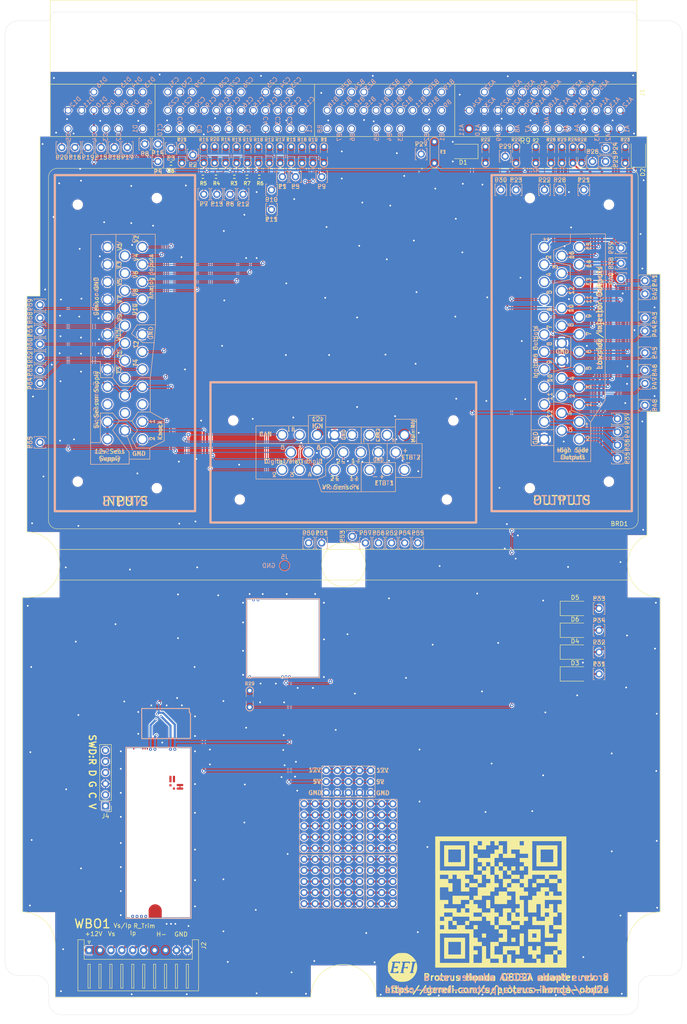
<source format=kicad_pcb>
(kicad_pcb (version 20211014) (generator pcbnew)
  (title_block (title "proteusOBD2Ahonda") (date "2021-11-05") (rev "a"))
  (layers (0 "F.Cu" signal) (31 "B.Cu" signal) (34 "B.Paste" user) (35 "F.Paste" user) (36 "B.SilkS" user "B.Silkscreen") (37 "F.SilkS" user "F.Silkscreen") (38 "B.Mask" user) (39 "F.Mask" user) (44 "Edge.Cuts" user))
  (net 0 "")
  (net 1 "GND")
  (net 2 "/OUT_VTEC")
  (net 3 "/OUT_INJ1")
  (net 4 "/OUT_INJ3")
  (net 5 "/OUT_ALTERN_CONTROL")
  (net 6 "/OUT_IDLE")
  (net 7 "/OUT_CHECK_ENGINE")
  (net 8 "/OUT_IGN_CONTROL")
  (net 9 "/OUT_FAN")
  (net 10 "/WBO_H-")
  (net 11 "/WBO_R_Trim")
  (net 12 "/WBO_Ip")
  (net 13 "/WBO_Vs{slash}Ip")
  (net 14 "/WBO_Vs")
  (net 15 "/OUT_INJ2")
  (net 16 "/OUT_INJ4")
  (net 17 "/OUT_CONDITIONER_CLUTCH")
  (net 18 "/OUT_FUEL_PUMP")
  (net 19 "/VR_THRESH")
  (net 20 "/IN_VSS")
  (net 21 "/IN_CRANK_FLUCT")
  (net 22 "/IN_STARTER_SW")
  (net 23 "/IN_CRANK+")
  (net 24 "/IN_AT_PARK{slash}CLUTCH")
  (net 25 "/IN_BRAKE")
  (net 26 "/IN_CRANK-")
  (net 27 "/12V")
  (net 28 "+5V")
  (net 29 "/IN_MAP")
  (net 30 "/IN_STEERING")
  (net 31 "/IN_SERVICE_CHECK")
  (net 32 "/IN_CLT")
  (net 33 "/IN_TPS")
  (net 34 "/IN_OIL_PRESSURE")
  (net 35 "/IN_AC_REQUEST")
  (net 36 "/IN_IAT")
  (net 37 "/IN_KNOCK")
  (net 38 "Net-(F1-Pad1)")
  (net 39 "Net-(J1-PadA5)")
  (net 40 "Net-(J1-PadA6)")
  (net 41 "Net-(J1-PadA7)")
  (net 42 "Net-(J1-PadA13)")
  (net 43 "Net-(J1-PadA14)")
  (net 44 "Net-(J1-PadA15)")
  (net 45 "Net-(J1-PadA19)")
  (net 46 "Net-(J1-PadA24)")
  (net 47 "Net-(J1-PadA28)")
  (net 48 "Net-(J1-PadA29)")
  (net 49 "Net-(J1-PadA30)")
  (net 50 "Net-(J1-PadC3)")
  (net 51 "/IN_CYP+")
  (net 52 "Net-(J1-PadC8)")
  (net 53 "Net-(J1-PadC9)")
  (net 54 "Net-(J1-PadC10)")
  (net 55 "Net-(J1-PadC11)")
  (net 56 "Net-(J1-PadC13)")
  (net 57 "/IN_CYP-")
  (net 58 "Net-(J1-PadC17)")
  (net 59 "Net-(J1-PadC19)")
  (net 60 "Net-(J1-PadC21)")
  (net 61 "Net-(J1-PadC23)")
  (net 62 "Net-(J1-PadC24)")
  (net 63 "Net-(J1-PadC25)")
  (net 64 "Net-(J1-PadC27)")
  (net 65 "Net-(J1-PadC28)")
  (net 66 "Net-(J1-PadC30)")
  (net 67 "Net-(J1-PadD7)")
  (net 68 "Net-(J1-PadD9)")
  (net 69 "Net-(J1-PadD13)")
  (net 70 "Net-(J1-PadD14)")
  (net 71 "Net-(J1-PadD15)")
  (net 72 "Net-(J1-PadD16)")
  (net 73 "Net-(J4-Pad1)")
  (net 74 "Net-(J4-Pad2)")
  (net 75 "Net-(J4-Pad4)")
  (net 76 "Net-(J4-Pad5)")
  (net 77 "Net-(M2-PadJ1)")
  (net 78 "Net-(M2-PadW2)")
  (net 79 "Net-(M2-PadW3)")
  (net 80 "Net-(M2-PadW4)")
  (net 81 "Net-(BRD1-PadA1(12))")
  (net 82 "Net-(BRD1-PadA9(4))")
  (net 83 "Net-(BRD1-PadA10(3))")
  (net 84 "Net-(BRD1-PadA11(2))")
  (net 85 "Net-(BRD1-PadA13(23))")
  (net 86 "Net-(BRD1-PadA14(22))")
  (net 87 "Net-(BRD1-PadA20(16))")
  (net 88 "Net-(BRD1-PadA21(15))")
  (net 89 "Net-(BRD1-PadA22(14))")
  (net 90 "Net-(BRD1-PadA25(34))")
  (net 91 "Net-(BRD1-PadA26(33))")
  (net 92 "Net-(BRD1-PadA27(32))")
  (net 93 "Net-(BRD1-PadA28(31))")
  (net 94 "Net-(BRD1-PadA29(30))")
  (net 95 "Net-(BRD1-PadA30(29))")
  (net 96 "Net-(BRD1-PadA31(28))")
  (net 97 "Net-(BRD1-PadA33(26))")
  (net 98 "Net-(BRD1-PadA34(25))")
  (net 99 "Net-(BRD1-PadA35(24))")
  (net 100 "Net-(BRD1-PadB4(5))")
  (net 101 "Net-(BRD1-PadB6(3))")
  (net 102 "Net-(BRD1-PadB7(2))")
  (net 103 "Net-(BRD1-PadB8(1))")
  (net 104 "Net-(BRD1-PadB11(13))")
  (net 105 "Net-(BRD1-PadB12(12))")
  (net 106 "Net-(BRD1-PadB15(9))")
  (net 107 "Net-(BRD1-PadB16(23))")
  (net 108 "Net-(BRD1-PadB17(22))")
  (net 109 "Net-(BRD1-PadB21(18))")
  (net 110 "Net-(BRD1-PadB22(17))")
  (net 111 "+12V_PROT")
  (net 112 "Net-(BRD1-PadC16(20))")
  (net 113 "Net-(BRD1-PadC17(19))")
  (net 114 "Net-(BRD1-PadC18(18))")
  (net 115 "Net-(BRD1-PadC19(17))")
  (net 116 "Net-(BRD1-PadC27(32))")
  (net 117 "Net-(BRD1-PadC28(31))")
  (net 118 "Net-(BRD1-PadC31(28))")
  (net 119 "Net-(BRD1-PadC35(24))")
  (net 120 "Net-(G2-Pad1)")
  (net 121 "Net-(G2-Pad12)")
  (net 122 "Net-(G2-Pad13)")
  (net 123 "Net-(G2-Pad14)")
  (net 124 "Net-(G2-Pad10)")
  (net 125 "Net-(G3-Pad1)")
  (net 126 "Net-(G3-Pad12)")
  (net 127 "Net-(G3-Pad13)")
  (net 128 "Net-(G3-Pad14)")
  (net 129 "Net-(G3-Pad10)")
  (net 130 "Net-(G4-Pad1)")
  (net 131 "Net-(G4-Pad12)")
  (net 132 "Net-(G4-Pad13)")
  (net 133 "Net-(G4-Pad14)")
  (net 134 "Net-(G4-Pad10)")
  (net 135 "Net-(G5-Pad1)")
  (net 136 "Net-(G5-Pad12)")
  (net 137 "Net-(G5-Pad13)")
  (net 138 "Net-(G5-Pad14)")
  (net 139 "Net-(G5-Pad10)")
  (net 140 "Net-(G7-Pad1)")
  (net 141 "Net-(G7-Pad12)")
  (net 142 "Net-(G7-Pad13)")
  (net 143 "Net-(G7-Pad14)")
  (net 144 "Net-(G7-Pad10)")
  (net 145 "Net-(G8-Pad1)")
  (net 146 "Net-(G8-Pad12)")
  (net 147 "Net-(G8-Pad13)")
  (net 148 "Net-(G8-Pad14)")
  (net 149 "Net-(G8-Pad10)")
  (net 153 "Net-(J1-PadA8)")
  (net 154 "Net-(J1-PadA12)")
  (net 155 "Net-(J1-PadA16)")
  (net 156 "Net-(J1-PadA17)")
  (net 157 "Net-(J1-PadA18)")
  (net 158 "Net-(J1-PadA20)")
  (net 162 "Net-(J1-PadA27)")
  (net 190 "Net-(J1-PadC1)")
  (net 191 "Net-(J1-PadC2)")
  (net 192 "Net-(J1-PadC4)")
  (net 193 "Net-(J1-PadC5)")
  (net 194 "Net-(J1-PadC6)")
  (net 195 "Net-(J1-PadC7)")
  (net 196 "Net-(J1-PadC12)")
  (net 197 "Net-(J1-PadC14)")
  (net 198 "Net-(J1-PadC15)")
  (net 199 "Net-(J1-PadC16)")
  (net 200 "Net-(J1-PadC18)")
  (net 204 "Net-(J1-PadC29)")
  (net 207 "Net-(M1-PadE1)")
  (footprint "hellen-one-common:PAD-TH" (layer "F.Cu") (at 201.5 133.3 -90)
    (fp_text reference "P47")
    (fp_text value "Pad" hide)
  )
  (footprint "hellen-one-common:PAD-TH" (layer "F.Cu") (at 68 79.3 180)
    (fp_text reference "P20")
    (fp_text value "Pad" hide)
  )
  (footprint "kicad6-libraries:gerefi_logo" (layer "F.Cu") (at 146 267)
    (fp_text reference "G1" hide)
    (fp_text value "gerefi_LOGO" hide)
  )
  (footprint "hellen-one-common:PROTO_AREA" (layer "F.Cu") (at 131.08 239.68 90)
    (fp_text reference "G4" hide)
    (fp_text value "PROTO_AREA" hide)
  )
  (footprint "hellen-one-common:PAD-TH" (layer "F.Cu") (at 191 184.8)
    (fp_text reference "P33")
    (fp_text value "Pad" hide)
  )
  (footprint "hellen-one-common:PAD-0805-PAD" (layer "F.Cu") (at 103 80.95048 -90)
    (fp_text reference "R20")
    (fp_text value "Jumper-Pad-Pad" hide)
  )
  (footprint "MountingHole:MountingHole_4.3mm_M4" (layer "F.Cu") (at 132.5 273.8)
    (fp_text reference "H3" hide)
    (fp_text value "MountingHole")
  )
  (footprint "hellen-one-common:PAD-TH" (layer "F.Cu") (at 187.5 89)
    (fp_text reference "P21")
    (fp_text value "Pad" hide)
  )
  (footprint "hellen-one-common:PAD-TH" (layer "F.Cu") (at 178.5 89)
    (fp_text reference "P22")
    (fp_text value "Pad" hide)
  )
  (footprint "hellen-one-common:PAD-0805-PAD" (layer "F.Cu") (at 113 81 -90)
    (fp_text reference "R18")
    (fp_text value "Jumper-Pad-Pad" hide)
  )
  (footprint "hellen-one-common:PAD-TH" (layer "F.Cu") (at 169.5 81.3)
    (fp_text reference "P29")
    (fp_text value "Pad" hide)
  )
  (footprint "hellen-one-common:PAD-TH" (layer "F.Cu") (at 168.5 89)
    (fp_text reference "P30")
    (fp_text value "Pad" hide)
  )
  (footprint "hellen-one-common:PAD-TH" (layer "F.Cu") (at 191 194.8)
    (fp_text reference "P32")
    (fp_text value "Pad" hide)
  )
  (footprint "MountingHole:MountingHole_4.3mm_M4" (layer "F.Cu") (at 60 174.8)
    (fp_text reference "H8" hide)
    (fp_text value "MountingHole")
  )
  (footprint "hellen-one-common:R0603" (layer "F.Cu") (at 93 83 180)
    (fp_text reference "R8")
    (fp_text value "4.7k" hide)
  )
  (footprint "Diode_SMD:D_SMA" (layer "F.Cu") (at 185.5 199.8)
    (fp_text reference "D3")
    (fp_text value "SS34")
  )
  (footprint "hellen-one-common:PAD-0805-PAD" (layer "F.Cu") (at 182.5 81 -90)
    (fp_text reference "R25")
    (fp_text value "Jumper-Pad-Pad" hide)
  )
  (footprint "hellen-one-common:PAD-TH" (layer "F.Cu") (at 63 127.3 90)
    (fp_text reference "P62")
    (fp_text value "Pad" hide)
  )
  (footprint "hellen-one-common:PAD-TH" (layer "F.Cu") (at 201.5 126.3 -90)
    (fp_text reference "P45")
    (fp_text value "Pad" hide)
  )
  (footprint "MountingHole:MountingHole_4.3mm_M4" (layer "F.Cu") (at 59 64.6)
    (fp_text reference "H2" hide)
    (fp_text value "MountingHole")
  )
  (footprint "hellen-one-common:PAD-TH" (layer "F.Cu") (at 118.5 86 180)
    (fp_text reference "P1")
    (fp_text value "Pad" hide)
  )
  (footprint "hellen-one-common:PAD-TH" (layer "F.Cu") (at 90 82.5 180)
    (fp_text reference "P4")
    (fp_text value "Pad" hide)
  )
  (footprint "hellen-one-common:PAD-TH" (layer "F.Cu") (at 63 133.3 90)
    (fp_text reference "P64")
    (fp_text value "Pad" hide)
  )
  (footprint "hellen-one-common:PAD-TH" (layer "F.Cu") (at 127.5 169.8)
    (fp_text reference "P51")
    (fp_text value "Pad" hide)
  )
  (footprint "hellen-one-vr-discrete-0.1:vr-discrete" (layer "F.Cu") (at 110.15 182.5 -90)
    (fp_text reference "M1" hide)
    (fp_text value "Module-vr-discrete-0.1" hide)
  )
  (footprint "hellen-one-common:PAD-TH" (layer "F.Cu") (at 74.000001 79.3 180)
    (fp_text reference "P19")
    (fp_text value "Pad" hide)
  )
  (footprint "hellen-one-common:PAD-TH" (layer "F.Cu") (at 192.5 82.5 -90)
    (fp_text reference "P25")
    (fp_text value "Pad" hide)
  )
  (footprint "MountingHole:MountingHole_4.3mm_M4" (layer "F.Cu") (at 205 261.8)
    (fp_text reference "H7" hide)
    (fp_text value "MountingHole")
  )
  (footprint "hellen-one-common:PAD-TH" (layer "F.Cu") (at 191 199.8)
    (fp_text reference "P31")
    (fp_text value "Pad" hide)
  )
  (footprint "hellen-one-common:PAD-TH" (layer "F.Cu") (at 195.2 150.4 -90)
    (fp_text reference "P35")
    (fp_text value "Pad" hide)
  )
  (footprint "hellen-one-common:PAD-TH" (layer "F.Cu") (at 100.5 90 180)
    (fp_text reference "P7")
    (fp_text value "Pad" hide)
  )
  (footprint "hellen-one-common:PAD-TH" (layer "F.Cu") (at 192.5 79.5 -90)
    (fp_text reference "P24")
    (fp_text value "Pad" hide)
  )
  (footprint "hellen-one-common:PROTO_AREA" (layer "F.Cu") (at 138.7 226.98 180)
    (fp_text reference "G6" hide)
    (fp_text value "PROTO_AREA" hide)
  )
  (footprint "hellen-one-can-0.1:can" (layer "F.Cu") (at 97.562498 207.611664 180)
    (fp_text reference "M3" hide)
    (fp_text value "Module-can-0.1" hide)
  )
  (footprint "hellen-one-common:PAD-TH" (layer "F.Cu") (at 201.5 121.3 -90)
    (fp_text reference "P44")
    (fp_text value "Pad" hide)
  )
  (footprint "kicad6-libraries:proteus" (layer "F.Cu") (at 199.950001 84.125 180)
    (fp_text reference "BRD1")
    (fp_text value "proteus")
  )
  (footprint "hellen-one-common:PROTO_AREA" (layer "F.Cu") (at 131.08 252.38 90)
    (fp_text reference "G5" hide)
    (fp_text value "PROTO_AREA" hide)
  )
  (footprint "Connector_JST:JST_XH_S10B-XH-A_1x10_P2.50mm_Horizontal" (layer "F.Cu") (at 74.25 263.030001)
    (fp_text reference "J2")
    (fp_text value "XH-10AW")
  )
  (footprint "hellen-one-common:PAD-TH" (layer "F.Cu") (at 150.268524 80.8)
    (fp_text reference "P27")
    (fp_text value "Pad" hide)
  )
  (footprint "hellen-one-common:PAD-TH" (layer "F.Cu") (at 195.2 144.4 -90)
    (fp_text reference "P49")
    (fp_text value "Pad" hide)
  )
  (footprint "hellen-one-common:R0603" (layer "F.Cu") (at 100.3 86)
    (fp_text reference "R5")
    (fp_text value "4.7k" hide)
  )
  (footprint "hellen-one-common:PAD-0805-PAD" (layer "F.Cu") (at 176.5 81 -90)
    (fp_text reference "R2")
    (fp_text value "Jumper-Pad-Pad" hide)
  )
  (footprint "hellen-one-common:PAD-0805-PAD" (layer "F.Cu") (at 105.5 81 -90)
    (fp_text reference "R14")
    (fp_text value "Jumper-Pad-Pad" hide)
  )
  (footprint "hellen-one-common:PAD-0805-PAD" (layer "F.Cu") (at 123 81 -90)
    (fp_text reference "R16")
    (fp_text value "Jumper-Pad-Pad" hide)
  )
  (footprint "hellen-one-common:PAD-1206-PAD" (layer "F.Cu") (at 153.3 80.439666 -90)
    (fp_text reference "F1")
    (fp_text value "Fuse-Pad-Pad" hide)
  )
  (footprint "hellen-one-common:PAD-0805-PAD" (layer "F.Cu") (at 185 81 -90)
    (fp_text reference "R24")
    (fp_text value "Jumper-Pad-Pad" hide)
  )
  (footprint "hellen-one-common:PAD-TH" (layer "F.Cu") (at 71 79.3 180)
    (fp_text reference "P16")
    (fp_text value "Pad" hide)
  )
  (footprint "hellen-one-common:PAD-TH" (layer "F.Cu") (at 189.5 82.5)
    (fp_text reference "P26")
    (fp_text value "Pad" hide)
  )
  (footprint "hellen-one-common:PROTO_AREA" (layer "F.Cu") (at 138.7 239.68 90)
    (fp_text reference "G8" hide)
    (fp_text value "PROTO_AREA" hide)
  )
  (footprint "hellen-one-common:R0603" (layer "F.Cu") (at 107.5 86 180)
    (fp_text reference "R3")
    (fp_text value "4.7k" hide)
  )
  (footprint "MountingHole:MountingHole_4.3mm_M4" (layer "F.Cu") (at 205 174.8)
    (fp_text reference "H1" hide)
    (fp_text value "MountingHole")
  )
  (footprint "Diode_SMD:D_SMA" (layer "F.Cu") (at 159.9 80.2 180)
    (fp_text reference "D1")
    (fp_text value "SS34")
  )
  (footprint "hellen-one-common:R1206" (layer "F.Cu") (at 174.2 80.9 -90)
    (fp_text reference "R9")
    (fp_text value "1k" hide)
  )
  (footprint "hellen-one-common:PAD-TH" (layer "F.Cu") (at 63 146.8 90)
    (fp_text reference "P65")
    (fp_text value "Pad" hide)
  )
  (footprint "hellen-one-common:PAD-TH" (layer "F.Cu") (at 149.5 169.8)
    (fp_text reference "P55")
    (fp_text value "Pad" hide)
  )
  (footprint "MountingHole:MountingHole_4.3mm_M4" (layer "F.Cu") (at 59 261.8)
    (fp_text reference "H5" hide)
    (fp_text value "MountingHole")
  )
  (footprint "hellen-one-common:PAD-TH" (layer "F.Cu") (at 116 89 180)
    (fp_text reference "P10")
    (fp_text value "Pad" hide)
  )
  (footprint "hellen-one-common:PROTO_AREA" (layer "F.Cu") (at 123.46 252.38 90)
    (fp_text reference "G3" hide)
    (fp_text value "PROTO_AREA" hide)
  )
  (footprint "hellen-one-common:PAD-TH" (layer "F.Cu") (at 195.2 147.4 -90)
    (fp_text reference "P36")
    (fp_text value "Pad" hide)
  )
  (footprint "Diode_SMD:D_SMA" (layer "F.Cu") (at 185.5 184.8)
    (fp_text reference "D5")
    (fp_text value "SS34")
  )
  (footprint "hellen-one-common:PAD-TH" (layer "F.Cu") (at 106.5 90 180)
    (fp_text reference "P6")
    (fp_text value "Pad" hide)
  )
  (footprint "kicad6-libraries:TE_179686-6_104pin_Connector" (layer "F.Cu") (at 131.55 75)
    (fp_text reference "J1")
    (fp_text value "TE_179686-6_104pin_Connector")
  )
  (footprint "hellen-one-common:PAD-0805-PAD" (layer "F.Cu") (at 100.5 81 -90)
    (fp_text reference "R15")
    (fp_text value "Jumper-Pad-Pad" hide)
  )
  (footprint "hellen-one-common:R0603" (layer "F.Cu") (at 110.4 86 180)
    (fp_text reference "R7")
    (fp_text value "4.7k" hide)
  )
  (footprint "hellen-one-common:PAD-0805-PAD" (layer "F.Cu") (at 187 81 -90)
    (fp_text reference "R28")
    (fp_text value "Jumper-Pad-Pad" hide)
  )
  (footprint "hellen-one-common:PAD-TH" (layer "F.Cu") (at 195.2 141.4 -90)
    (fp_text reference "P37")
    (fp_text value "Pad" hide)
  )
  (footprint "hellen-one-wbo-0.3:wbo" (layer "F.Cu") (at 82.575 216.480001 -90)
    (fp_text reference "M2" hide)
    (fp_text value "Module-wbo-0.3" hide)
  )
  (footprint "MountingHole:MountingHole_4.3mm_M4" (layer "F.Cu") (at 206 64.6)
    (fp_text reference "H6" hide)
    (fp_text value "MountingHole")
  )
  (footprint "hellen-one-common:PAD-TH" (layer "F.Cu") (at 143.5 169.8)
    (fp_text reference "P52")
    (fp_text value "Pad" hide)
  )
  (footprint "hellen-one-common:PAD-0805-PAD" (layer "F.Cu") (at 125.5 81 -90)
    (fp_text reference "R10")
    (fp_text value "Jumper-Pad-Pad" hide)
  )
  (footprint "hellen-one-common:PAD-TH" (layer "F.Cu") (at 191 189.8)
    (fp_text reference "P34")
    (fp_text value "Pad" hide)
  )
  (footprint "hellen-one-common:PAD-0805-PAD" (layer "F.Cu") (at 197 81 -90)
    (fp_text reference "R23")
    (fp_text value "Jumper-Pad-Pad" hide)
  )
  (footprint "hellen-one-common:PAD-TH" (layer "F.Cu") (at 90 78.5 180)
    (fp_text reference "P14")
    (fp_text value "Pad" hide)
  )
  (footprint "hellen-one-common:PAD-TH" (layer "F.Cu") (at 121.5 86 180)
    (fp_text reference "P5")
    (fp_text value "Pad" hide)
  )
  (footprint "hellen-one-common:R0603" (layer "F.Cu") (at 103.3 86)
    (fp_text reference "R4")
    (fp_text value "4.7k" hide)
  )
  (footprint "hellen-one-common:PROTO_AREA" (layer "F.Cu") (at 138.7 252.38 90)
    (fp_text reference "G7" hide)
    (fp_text value "PROTO_AREA" hide)
  )
  (footprint "Connector_PinHeader_2.54mm:PinHeader_1x06_P2.54mm_Vertical" (layer "F.Cu") (at 78 230 180)
    (fp_text reference "J4")
    (fp_text value "Conn_01x06")
  )
  (footprint "hellen-one-common:PAD-TH" (layer "F.Cu") (at 109.5 90 180)
    (fp_text reference "P12")
    (fp_text value "Pad" hide)
  )
  (footprint "hellen-one-common:PAD-TH" (layer "F.Cu") (at 63 115.3 90)
    (fp_text reference "P59")
    (fp_text value "Pad" hide)
  )
  (footprint "hellen-one-common:PAD-TH" (layer "F.Cu") (at 124.5 169.8)
    (fp_text reference "P50")
    (fp_text value "Pad" hide)
  )
  (footprint "hellen-one-common:PAD-0805-PAD" (layer "F.Cu") (at 115.52 81 -90)
    (fp_text reference "R12")
    (fp_text value "Jumper-Pad-Pad" hide)
  )
  (footprint "hellen-one-common:PAD-0805-PAD" (layer "F.Cu") (at 95.5 81 -90)
    (fp_text reference "R21")
    (fp_text value "Jumper-Pad-Pad" hide)
  )
  (footprint "hellen-one-common:PAD-TH" (layer "F.Cu") (at 196 109.3 90)
    (fp_text reference "P40")
    (fp_text value "Pad" hide)
  )
  (footprint "hellen-one-common:PAD-TH" (layer "F.Cu") (at 83.000001 79.3 180)
    (fp_text reference "P17")
    (fp_text value "Pad" hide)
  )
  (footprint "hellen-one-common:PAD-TH" (layer "F.Cu") (at 77 79.3 180)
    (fp_text reference "P15")
    (fp_text value "Pad" hide)
  )
  (footprint "hellen-one-common:PAD-TH" (layer "F.Cu") (at 196 105.8 90)
    (fp_text reference "P38")
    (fp_text value "Pad" hide)
  )
  (footprint "hellen-one-common:PAD-0805-PAD" (layer "F.Cu") (at 108 81 -90)
    (fp_text reference "R13")
    (fp_text value "Jumper-Pad-Pad" hide)
  )
  (footprint "hellen-one-common:PAD-TH" (layer "F.Cu") (at 201.5 130.3 -90)
    (fp_text reference "P46")
    (fp_text value "Pad" hide)
  )
  (footprint "hellen-one-common:PAD-0805-PAD" (layer "F.Cu") (at 172 81 -90)
    (fp_text reference "R27")
    (fp_text value "Jumper-Pad-Pad" hide)
  )
  (footprint "Diode_SMD:D_SMA" (layer "F.Cu") (at 185.5 189.8)
    (fp_text reference "D6")
    (fp_text value "SS34")
  )
  (footprint "hellen-one-common:PAD-TH" (layer "F.Cu") (at 201.5 118.3 -90)
    (fp_text reference "P43")
    (fp_text value "Pad" hide)
  )
  (footprint "hellen-one-common:PAD-TH" (layer "F.Cu") (at 134.5 168.3 90)
    (fp_text reference "P53")
    (fp_text value "Pad" hide)
  )
  (footprint "Diode_SMD:D_SMA" (layer "F.Cu") (at 200 80.425111 90)
    (fp_text reference "D2")
    (fp_text value "SS34")
  )
  (footprint "hellen-one-common:PAD-TH" (layer "F.Cu") (at 201.5 109.8 -90)
    (fp_text reference "P41")
    (fp_text value "Pad" hide)
  )
  (footprint "hellen-one-common:PAD-TH" (layer "F.Cu") (at 63 130.3 90)
    (fp_text reference "P63")
    (fp_text value "Pad" hide)
  )
  (footprint "hellen-one-common:PAD-TH" (layer "F.Cu") (at 182 89)
    (fp_text reference "P28")
    (fp_text value "Pad" hide)
  )
  (footprint "hellen-one-common:PAD-TH" (layer "F.Cu") (at 98 81 180)
    (fp_text reference "P2")
    (fp_text value "Pad" hide)
  )
  (footprint "hellen-one-common:PAD-0805-PAD" (layer "F.Cu") (at 118 81 -90)
    (fp_text reference "R17")
    (fp_text value "Jumper-Pad-Pad" hide)
  )
  (footprint "hellen-one-common:PAD-0805-PAD" (layer "F.Cu") (at 128 81 -90)
    (fp_text reference "R1")
    (fp_text value "Jumper-Pad-Pad" hide)
  )
  (footprint "hellen-one-common:PAD-0805-PAD" (layer "F.Cu") (at 165 81 -90)
    (fp_text reference "R22")
    (fp_text value "Jumper-Pad-Pad" hide)
  )
  (footprint "hellen-one-common:PAD-TH" (layer "F.Cu") (at 80 79.3 180)
    (fp_text reference "P18")
    (fp_text value "Pad" hide)
  )
  (footprint "hellen-one-common:PAD-0805-PAD" (layer "F.Cu") (at 180 81 -90)
    (fp_text reference "R26")
    (fp_text value "Jumper-Pad-Pad" hide)
  )
  (footprint "hellen-one-common:PAD-TH" (layer "F.Cu") (at 87 78.5 180)
    (fp_text reference "P8")
    (fp_text value "Pad" hide)
  )
  (footprint "hellen-one-common:R0603" (layer "F.Cu") (at 113.2 86 180)
    (fp_text reference "R6")
    (fp_text value "4.7k" hide)
  )
  (footprint "hellen-one-common:PAD-TH" (layer "F.Cu") (at 116 93.5 180)
    (fp_text reference "P11")
    (fp_text value "Pad" hide)
  )
  (footprint "MountingHole:MountingHole_4.3mm_M4" (layer "F.Cu") (at 132.5 174.8)
    (fp_text reference "H4" hide)
    (fp_text value "MountingHole")
  )
  (footprint "hellen-one-common:PAD-TH" (layer "F.Cu") (at 146.5 169.8)
    (fp_text reference "P54")
    (fp_text value "Pad" hide)
  )
  (footprint "hellen-one-common:PROTO_AREA" (layer "F.Cu") (at 123.46 239.68 90)
    (fp_text reference "G2" hide)
    (fp_text value "PROTO_AREA" hide)
  )
  (footprint "hellen-one-common:PAD-TH" (layer "F.Cu") (at 201.5 112.8 -90)
    (fp_text reference "P42")
    (fp_text value "Pad" hide)
  )
  (footprint "hellen-one-common:PAD-TH" (layer "F.Cu") (at 201.5 138.3 -90)
    (fp_text reference "P48")
    (fp_text value "Pad" hide)
  )
  (footprint "hellen-one-common:PAD-TH" (layer "F.Cu") (at 137.5 169.8)
    (fp_text reference "P57")
    (fp_text value "Pad" hide)
  )
  (footprint "hellen-one-common:PAD-TH" (layer "F.Cu") (at 127.5 86 180)
    (fp_text reference "P9")
    (fp_text value "Pad" hide)
  )
  (footprint "LOGO" (layer "F.Cu") (at 168.5 252)
    (fp_text reference "G***" hide)
    (fp_text value "LOGO" hide)
  )
  (footprint "hellen-one-common:PAD-TH" (layer "F.Cu") (at 63 121.3 90)
    (fp_text reference "P61")
    (fp_text value "Pad" hide)
  )
  (footprint "hellen-one-common:PAD-TH" (layer "F.Cu") (at 63 118.3 90)
    (fp_text reference "P58")
    (fp_text value "Pad" hide)
  )
  (footprint "hellen-one-common:PAD-TH" (layer "F.Cu") (at 172 89)
    (fp_text reference "P23")
    (fp_text value "Pad" hide)
  )
  (footprint "hellen-one-common:PAD-TH" (layer "F.Cu") (at 63 124.3 90)
    (fp_text reference "P60")
    (fp_text value "Pad" hide)
  )
  (footprint "hellen-one-common:PAD-TH" (layer "F.Cu") (at 93 79.5 180)
    (fp_text reference "P3")
    (fp_text value "Pad" hide)
  )
  (footprint "hellen-one-common:PAD-TH" (layer "F.Cu") (at 103.5 90 180)
    (fp_text reference "P13")
    (fp_text value "Pad" hide)
  )
  (footprint "hellen-one-common:PAD-TH" (layer "F.Cu") (at 140.5 169.8)
    (fp_text reference "P56")
    (fp_text value "Pad" hide)
  )
  (footprint "hellen-one-common:PAD-TH" (layer "F.Cu") (at 196 102.3 90)
    (fp_text reference "P39")
    (fp_text value "Pad" hide)
  )
  (footprint "hellen-one-common:PAD-0805-PAD" (layer "F.Cu") (at 110.5 81 -90)
    (fp_text reference "R19")
    (fp_text value "Jumper-Pad-Pad" hide)
  )
  (footprint "hellen-one-common:PAD-0805-PAD" (layer "F.Cu") (at 120.5 81 -90)
    (fp_text reference "R11")
    (fp_text value "Jumper-Pad-Pad" hide)
  )
  (footprint "Diode_SMD:D_SMA" (layer "F.Cu") (at 185.5 194.8)
    (fp_text reference "D4")
    (fp_text value "SS34")
  )
  (footprint "hellen-one-common:PAD-0805-PAD" (layer "F.Cu") (at 111.025 205.5 -90)
    (fp_text reference "R29")
    (fp_text value "Jumper-Pad-Pad" hide)
  )
  (footprint "TestPoint:TestPoint_Pad_D2.0mm" (layer "B.Cu") (at 119 175 180)
    (fp_text reference "J5")
    (fp_text value "Conn_01x01")
  )
  (gr_line (start 205 139.8) (end 205 108.3) (layer "F.SilkS") (width 0.12))
  (gr_arc (start 125 273.8) (mid 132.5 266.3) (end 140 273.8) (layer "F.SilkS") (width 0.12))
  (gr_arc (start 59 254.3) (mid 64.303301 256.496699) (end 66.5 261.8) (layer "F.SilkS") (width 0.12))
  (gr_line (start 205 139.8) (end 202 139.8) (layer "F.SilkS") (width 0.12))
  (gr_line (start 205 254.3) (end 205 182.3) (layer "F.SilkS") (width 0.12))
  (gr_line (start 197.5 273.8) (end 197.5 261.8) (layer "F.SilkS") (width 0.12))
  (gr_line (start 202 108.3) (end 202 76.8) (layer "F.SilkS") (width 0.12))
  (gr_line (start 60 167.3) (end 60 113.3) (layer "F.SilkS") (width 0.12))
  (gr_line (start 205 108.3) (end 202 108.3) (layer "F.SilkS") (width 0.12))
  (gr_line (start 125 273.8) (end 66.5 273.8) (layer "F.SilkS") (width 0.12))
  (gr_arc (start 60 167.3) (mid 67.5 174.8) (end 60 182.3) (layer "F.SilkS") (width 0.12))
  (gr_circle (center 132.5 174.8) (end 137.5 174.8) (layer "F.SilkS") (width 0.12) (fill none))
  (gr_line (start 63 113.3) (end 63 76.8) (layer "F.SilkS") (width 0.12))
  (gr_line (start 67 178.3) (end 198 178.3) (layer "F.SilkS") (width 0.12))
  (gr_line (start 63 113.3) (end 60 113.3) (layer "F.SilkS") (width 0.12))
  (gr_arc (start 197.5 261.8) (mid 199.696699 256.496699) (end 205 254.3) (layer "F.SilkS") (width 0.12))
  (gr_line (start 67 171.3) (end 198 171.3) (layer "F.SilkS") (width 0.12))
  (gr_line (start 59 254.3) (end 59 182.3) (layer "F.SilkS") (width 0.12))
  (gr_line (start 202 139.8) (end 202 168) (layer "F.SilkS") (width 0.12))
  (gr_arc (start 205 182.299999) (mid 197.694352 176.367968) (end 202 168) (layer "F.SilkS") (width 0.12))
  (gr_line (start 140 273.8) (end 197.5 273.8) (layer "F.SilkS") (width 0.12))
  (gr_line (start 59 182.3) (end 60 182.3) (layer "F.SilkS") (width 0.12))
  (gr_line (start 66.5 273.8) (end 66.5 261.8) (layer "F.SilkS") (width 0.12))
  (gr_arc (start 62 268.8) (mid 64.12132 269.67868) (end 65 271.8) (layer "Edge.Cuts") (width 0.05))
  (gr_arc (start 65.5 49.3) (mid 65.792893 48.592893) (end 66.5 48.3) (layer "Edge.Cuts") (width 0.05))
  (gr_arc (start 65.5 49.3) (mid 65.207107 50.007107) (end 64.5 50.3) (layer "Edge.Cuts") (width 0.05))
  (gr_line (start 200 271.8) (end 200 274.8) (layer "Edge.Cuts") (width 0.05))
  (gr_line (start 58 268.8) (end 62 268.8) (layer "Edge.Cuts") (width 0.05))
  (gr_line (start 68 277.8) (end 197 277.8) (layer "Edge.Cuts") (width 0.05))
  (gr_arc (start 207 50.3) (mid 209.12132 51.17868) (end 210 53.3) (layer "Edge.Cuts") (width 0.05))
  (gr_line (start 64.5 50.3) (end 58 50.3) (layer "Edge.Cuts") (width 0.05))
  (gr_line (start 207 268.8) (end 203 268.8) (layer "Edge.Cuts") (width 0.05))
  (gr_arc (start 55 53.3) (mid 55.87868 51.17868) (end 58 50.3) (layer "Edge.Cuts") (width 0.05))
  (gr_arc (start 200.5 50.3) (mid 199.792893 50.007107) (end 199.5 49.3) (layer "Edge.Cuts") (width 0.05))
  (gr_line (start 65 271.8) (end 65 274.8) (layer "Edge.Cuts") (width 0.05))
  (gr_arc (start 68 277.8) (mid 65.87868 276.92132) (end 65 274.8) (layer "Edge.Cuts") (width 0.05))
  (gr_arc (start 58 268.8) (mid 55.87868 267.92132) (end 55 265.8) (layer "Edge.Cuts") (width 0.05))
  (gr_arc (start 200 274.8) (mid 199.12132 276.92132) (end 197 277.8) (layer "Edge.Cuts") (width 0.05))
  (gr_line (start 200.5 50.3) (end 207 50.3) (layer "Edge.Cuts") (width 0.05))
  (gr_arc (start 210 265.8) (mid 209.12132 267.92132) (end 207 268.8) (layer "Edge.Cuts") (width 0.05))
  (gr_line (start 55 53.3) (end 55 265.8) (layer "Edge.Cuts") (width 0.05))
  (gr_arc (start 200 271.8) (mid 200.87868 269.67868) (end 203 268.8) (layer "Edge.Cuts") (width 0.05))
  (gr_arc (start 198.5 48.3) (mid 199.207107 48.592893) (end 199.5 49.3) (layer "Edge.Cuts") (width 0.05))
  (gr_line (start 66.5 48.3) (end 198.5 48.3) (layer "Edge.Cuts") (width 0.05))
  (gr_line (start 210 53.3) (end 210 265.8) (layer "Edge.Cuts") (width 0.05))
  (gr_text "GND" (at 127.553618 227) (layer "B.SilkS") (effects (font (size 1 1)) (justify left mirror)))
  (gr_text "12V" (at 143.053618 221.86) (layer "B.SilkS") (effects (font (size 1 1)) (justify left mirror)))
  (gr_text "GND" (at 143.053618 227.06) (layer "B.SilkS") (effects (font (size 1 1)) (justify left mirror)))
  (gr_text "GND" (at 117 175) (layer "B.SilkS") (effects (font (size 1 1)) (justify left mirror)))
  (gr_text "https://gerefi.com/s/proteus-honda-obd2a" (at 167.54 272.04) (layer "B.SilkS") (effects (font (size 1.5 1.5) (thickness 0.3)) (justify mirror)))
  (gr_text "Proteus Honda OBD2A adapter rev. a" (at 172.1 269.24) (layer "B.SilkS") (effects (font (size 1.5 1.5) (thickness 0.3)) (justify mirror)))
  (gr_text "5V" (at 127.524 224.44) (layer "B.SilkS") (effects (font (size 1 1)) (justify left mirror)))
  (gr_text "5V" (at 142 224.5) (layer "B.SilkS") (effects (font (size 1 1)) (justify left mirror)))
  (gr_text "12V" (at 127.553618 221.8) (layer "B.SilkS") (effects (font (size 1 1)) (justify left mirror)))
  (gr_text "Vs" (at 79.4 259.280001) (layer "F.SilkS") (effects (font (size 1 1))))
  (gr_text "Ip" (at 84.3 259.080001) (layer "F.SilkS") (effects (font (size 1 1))))
  (gr_text "GND" (at 95.3 259.380001) (layer "F.SilkS") (effects (font (size 1 1))))
  (gr_text "+12V" (at 75.3 259.280002) (layer "F.SilkS") (effects (font (size 1 1))))
  (gr_text "C" (at 75 227.564 270) (layer "F.SilkS") (effects (font (size 1.524 1.524) (thickness 0.3048))))
  (gr_text "R_Trim" (at 86.9 257.48) (layer "F.SilkS") (effects (font (size 1 1))))
  (gr_text "H-" (at 90.8 259.380001) (layer "F.SilkS") (effects (font (size 1 1))))
  (gr_text "SWD:R" (at 75 217.15 270) (layer "F.SilkS") (effects (font (size 1.524 1.524) (thickness 0.3048))))
  (gr_text "12V" (at 139.9 221.86) (layer "F.SilkS") (effects (font (size 1 1)) (justify left)))
  (gr_text "D" (at 75 222.484 270) (layer "F.SilkS") (effects (font (size 1.524 1.524) (thickness 0.3048))))
  (gr_text "https://gerefi.com/s/proteus-honda-obd2a" (at 167.64 272.04) (layer "F.SilkS") (effects (font (size 1.5 1.5) (thickness 0.3))))
  (gr_text "GND" (at 124.4 227) (layer "F.SilkS") (effects (font (size 1 1)) (justify left)))
  (gr_text "5V" (at 125.38 224.44) (layer "F.SilkS") (effects (font (size 1 1)) (justify left)))
  (gr_text "Vs/Ip" (at 81.9 257.380001) (layer "F.SilkS") (effects (font (size 1 1))))
  (gr_text "G" (at 75 225.024001 270) (layer "F.SilkS") (effects (font (size 1.524 1.524) (thickness 0.3048))))
  (gr_text "12V" (at 124.4 221.8) (layer "F.SilkS") (effects (font (size 1 1)) (justify left)))
  (gr_text "5V" (at 139.856 224.5) (layer "F.SilkS") (effects (font (size 1 1)) (justify left)))
  (gr_text "Proteus Honda OBD2A adapter rev. a" (at 172 269.24) (layer "F.SilkS") (effects (font (size 1.5 1.5) (thickness 0.3))))
  (gr_text "GND" (at 139.9 227.06) (layer "F.SilkS") (effects (font (size 1 1)) (justify left)))
  (gr_text "V" (at 75 230.104 270) (layer "F.SilkS") (effects (font (size 1.524 1.524) (thickness 0.3048))))
  (gr_text "WBO1" (at 75 256.980001) (layer "F.SilkS") (effects (font (size 2 2) (thickness 0.3))))
  (via (at 68.3 262.8) (size 0.8) (drill 0.4) (layers "F.Cu" "B.Cu") (net 1))
  (via (at 72.4 244.3) (size 0.8) (drill 0.4) (layers "F.Cu" "B.Cu") (net 1))
  (via (at 90.4 62.6) (size 0.8) (drill 0.4) (layers "F.Cu" "B.Cu") (net 1))
  (via (at 101.9 217.1) (size 0.8) (drill 0.4) (layers "F.Cu" "B.Cu") (net 1))
  (via (at 60.2 184.2) (size 0.8) (drill 0.4) (layers "F.Cu" "B.Cu") (net 1))
  (via (at 136.1 101.8) (size 0.8) (drill 0.4) (layers "F.Cu" "B.Cu") (net 1))
  (via (at 105 246.8) (size 0.8) (drill 0.4) (layers "F.Cu" "B.Cu") (net 1))
  (via (at 198.8 62.8) (size 0.8) (drill 0.4) (layers "F.Cu" "B.Cu") (net 1))
  (via (at 118.8 213.8) (size 0.8) (drill 0.4) (layers "F.Cu" "B.Cu") (net 1))
  (via (at 111 181.5) (size 0.8) (drill 0.4) (layers "F.Cu" "B.Cu") (net 1))
  (via (at 127.4 66.8) (size 0.8) (drill 0.4) (layers "F.Cu" "B.Cu") (net 1))
  (via (at 121.2 91.1) (size 0.8) (drill 0.4) (layers "F.Cu" "B.Cu") (net 1))
  (via (at 128 183.5) (size 0.8) (drill 0.4) (layers "F.Cu" "B.Cu") (net 1))
  (via (at 142.1 126.7) (size 0.8) (drill 0.4) (layers "F.Cu" "B.Cu") (net 1))
  (via (at 104.7 124.7) (size 0.8) (drill 0.4) (layers "F.Cu" "B.Cu") (net 1))
  (via (at 101.9 220.5) (size 0.8) (drill 0.4) (layers "F.Cu" "B.Cu") (net 1))
  (via (at 67.7 122.5) (size 0.8) (drill 0.4) (layers "F.Cu" "B.Cu") (net 1))
  (via (at 76.7 104.2) (size 0.8) (drill 0.4) (layers "F.Cu" "B.Cu") (net 1))
  (via (at 159.7 103.3) (size 0.8) (drill 0.4) (layers "F.Cu" "B.Cu") (net 1))
  (via (at 170.1 63) (size 0.8) (drill 0.4) (layers "F.Cu" "B.Cu") (net 1))
  (via (at 143.2 92.6) (size 0.8) (drill 0.4) (layers "F.Cu" "B.Cu") (net 1))
  (via (at 164.2 203.8) (size 0.8) (drill 0.4) (layers "F.Cu" "B.Cu") (net 1))
  (via (at 98.4 198.2) (size 0.8) (drill 0.4) (layers "F.Cu" "B.Cu") (net 1))
  (via (at 114 181.5) (size 0.8) (drill 0.4) (layers "F.Cu" "B.Cu") (net 1))
  (via (at 204 183.5) (size 0.8) (drill 0.4) (layers "F.Cu" "B.Cu") (net 1))
  (via (at 183.1 101.9) (size 0.8) (drill 0.4) (layers "F.Cu" "B.Cu") (net 1))
  (via (at 130.7 212.6) (size 0.8) (drill 0.4) (layers "F.Cu" "B.Cu") (net 1))
  (via (at 152.1 72.9) (size 0.8) (drill 0.4) (layers "F.Cu" "B.Cu") (net 1))
  (via (at 85.5 213.5) (size 0.8) (drill 0.4) (layers "F.Cu" "B.Cu") (net 1))
  (via (at 76.4 118.4) (size 0.8) (drill 0.4) (layers "F.Cu" "B.Cu") (net 1))
  (via (at 66.2 63.4) (size 0.8) (drill 0.4) (layers "F.Cu" "B.Cu") (net 1))
  (via (at 120.6 268.1) (size 0.8) (drill 0.4) (layers "F.Cu" "B.Cu") (net 1))
  (via (at 195.9 255.1) (size 0.8) (drill 0.4) (layers "F.Cu" "B.Cu") (net 1))
  (via (at 66.7 75.9) (size 0.8) (drill 0.4) (layers "F.Cu" "B.Cu") (net 1))
  (via (at 84.1 101.6) (size 0.8) (drill 0.4) (layers "F.Cu" "B.Cu") (net 1))
  (via (at 70.7 76.1) (size 0.8) (drill 0.4) (layers "F.Cu" "B.Cu") (net 1))
  (via (at 76.5 123.2) (size 0.8) (drill 0.4) (layers "F.Cu" "B.Cu") (net 1))
  (via (at 193.9 240.4) (size 0.8) (drill 0.4) (layers "F.Cu" "B.Cu") (net 1))
  (via (at 122 203) (size 0.8) (drill 0.4) (layers "F.Cu" "B.Cu") (net 1))
  (via (at 119.3 126.8) (size 0.8) (drill 0.4) (layers "F.Cu" "B.Cu") (net 1))
  (via (at 94.9 165.4) (size 0.8) (drill 0.4) (layers "F.Cu" "B.Cu") (net 1))
  (via (at 71.8 165.9) (size 0.8) (drill 0.4) (layers "F.Cu" "B.Cu") (net 1))
  (via (at 139.6 265.8) (size 0.8) (drill 0.4) (layers "F.Cu" "B.Cu") (net 1))
  (via (at 98.481358 231.581969) (size 0.8) (drill 0.4) (layers "F.Cu" "B.Cu") (net 1))
  (via (at 172.4 168.1) (size 0.8) (drill 0.4) (layers "F.Cu" "B.Cu") (net 1))
  (via (at 146 151) (size 0.8) (drill 0.4) (layers "F.Cu" "B.Cu") (net 1))
  (via (at 204.2 238) (size 0.8) (drill 0.4) (layers "F.Cu" "B.Cu") (net 1))
  (via (at 94.6 181.6) (size 0.8) (drill 0.4) (layers "F.Cu" "B.Cu") (net 1))
  (via (at 142.9 182.5) (size 0.8) (drill 0.4) (layers "F.Cu" "B.Cu") (net 1))
  (via (at 68.9 175.4) (size 0.8) (drill 0.4) (layers "F.Cu" "B.Cu") (net 1))
  (via (at 178.7 208.6) (size 0.8) (drill 0.4) (layers "F.Cu" "B.Cu") (net 1))
  (via (at 110.2 104.6) (size 0.8) (drill 0.4) (layers "F.Cu" "B.Cu") (net 1))
  (via (at 128 200.5) (size 0.8) (drill 0.4) (layers "F.Cu" "B.Cu") (net 1))
  (via (at 199 76.1) (size 0.8) (drill 0.4) (layers "F.Cu" "B.Cu") (net 1))
  (via (at 100.5 76.3) (size 0.8) (drill 0.4) (layers "F.Cu" "B.Cu") (net 1))
  (via (at 72 118) (size 0.8) (drill 0.4) (layers "F.Cu" "B.Cu") (net 1))
  (via (at 67.8 114.1) (size 0.8) (drill 0.4) (layers "F.Cu" "B.Cu") (net 1))
  (via (at 159.8 87.6) (size 0.8) (drill 0.4) (layers "F.Cu" "B.Cu") (net 1))
  (via (at 184.1 89.5) (size 0.8) (drill 0.4) (layers "F.Cu" "B.Cu") (net 1))
  (via (at 105 206) (size 0.8) (drill 0.4) (layers "F.Cu" "B.Cu") (net 1))
  (via (at 80.3 188.4) (size 0.8) (drill 0.4) (layers "F.Cu" "B.Cu") (net 1))
  (via (at 76.4 126.4) (size 0.8) (drill 0.4) (layers "F.Cu" "B.Cu") (net 1))
  (via (at 174.1 136.9) (size 0.8) (drill 0.4) (layers "F.Cu" "B.Cu") (net 1))
  (via (at 136.8 151.2) (size 0.8) (drill 0.4) (layers "F.Cu" "B.Cu") (net 1))
  (via (at 118.3 223.4) (size 0.8) (drill 0.4) (layers "F.Cu" "B.Cu") (net 1))
  (via (at 96.6 273.1) (size 0.8) (drill 0.4) (layers "F.Cu" "B.Cu") (net 1))
  (via (at 61 198.2) (size 0.8) (drill 0.4) (layers "F.Cu" "B.Cu") (net 1))
  (via (at 109.8 94.7) (size 0.8) (drill 0.4) (layers "F.Cu" "B.Cu") (net 1))
  (via (at 63.8 154.6) (size 0.8) (drill 0.4) (layers "F.Cu" "B.Cu") (net 1))
  (via (at 128.3 113.7) (size 0.8) (drill 0.4) (layers "F.Cu" "B.Cu") (net 1))
  (via (at 111.7 141.4) (size 0.8) (drill 0.4) (layers "F.Cu" "B.Cu") (net 1))
  (via (at 157.5 78) (size 0.8) (drill 0.4) (layers "F.Cu" "B.Cu") (net 1))
  (via (at 158.3 136.8) (size 0.8) (drill 0.4) (layers "F.Cu" "B.Cu") (net 1))
  (via (at 99 175.4) (size 0.8) (drill 0.4) (layers "F.Cu" "B.Cu") (net 1))
  (via (at 154.3 273.4) (size 0.8) (drill 0.4) (layers "F.Cu" "B.Cu") (net 1))
  (via (at 71.2 192.4) (size 0.8) (drill 0.4) (layers "F.Cu" "B.Cu") (net 1))
  (via (at 197.2 202.9) (size 0.8) (drill 0.4) (layers "F.Cu" "B.Cu") (net 1))
  (via (at 122.8 146.9) (size 0.8) (drill 0.4) (layers "F.Cu" "B.Cu") (net 1))
  (via (at 184.1 114) (size 0.8) (drill 0.4) (layers "F.Cu" "B.Cu") (net 1))
  (via (at 60.7 252.8) (size 0.8) (drill 0.4) (layers "F.Cu" "B.Cu") (net 1))
  (via (at 153.5 88.7) (size 0.8) (drill 0.4) (layers "F.Cu" "B.Cu") (net 1))
  (via (at 180.6 136.3) (size 0.8) (drill 0.4) (layers "F.Cu" "B.Cu") (net 1))
  (via (at 204.3 253.3) (size 0.8) (drill 0.4) (layers "F.Cu" "B.Cu") (net 1))
  (via (at 187.7 72.9) (size 0.8) (drill 0.4) (layers "F.Cu" "B.Cu") (net 1))
  (via (at 158.1 118) (size 0.8) (drill 0.4) (layers "F.Cu" "B.Cu") (net 1))
  (via (at 98.6 164.9) (size 0.8) (drill 0.4) (layers "F.Cu" "B.Cu") (net 1))
  (via (at 167.9 192.7) (size 0.8) (drill 0.4) (layers "F.Cu" "B.Cu") (net 1))
  (via (at 67.7 132.8) (size 0.8) (drill 0.4) (layers "F.Cu" "B.Cu") (net 1))
  (via (at 105.1 98.4) (size 0.8) (drill 0.4) (layers "F.Cu" "B.Cu") (net 1))
  (via (at 141 273.2) (size 0.8) (drill 0.4) (layers "F.Cu" "B.Cu") (net 1))
  (via (at 84 273.1) (size 0.8) (drill 0.4) (layers "F.Cu" "B.Cu") (net 1))
  (via (at 105 258.7) (size 0.8) (drill 0.4) (layers "F.Cu" "B.Cu") (net 1))
  (via (at 67.6 146.4) (size 0.8) (drill 0.4) (layers "F.Cu" "B.Cu") (net 1))
  (via (at 125.8 265.5) (size 0.8) (drill 0.4) (layers "F.Cu" "B.Cu") (net 1))
  (via (at 194.1 73.1) (size 0.8) (drill 0.4) (layers "F.Cu" "B.Cu") (net 1))
  (via (at 81.5 227) (size 0.8) (drill 0.4) (layers "F.Cu" "B.Cu") (net 1))
  (via (at 91 215.5) (size 0.8) (drill 0.4) (layers "F.Cu" "B.Cu") (net 1))
  (via (at 72.4 122.8) (size 0.8) (drill 0.4) (layers "F.Cu" "B.Cu") (net 1))
  (via (at 92 257) (size 0.8) (drill 0.4) (layers "F.Cu" "B.Cu") (net 1))
  (via (at 121 141.1) (size 0.8) (drill 0.4) (layers "F.Cu" "B.Cu") (net 1))
  (via (at 149 128.8) (size 0.8) (drill 0.4) (layers "F.Cu" "B.Cu") (net 1))
  (via (at 137.7 259.1) (size 0.8) (drill 0.4) (layers "F.Cu" "B.Cu") (net 1))
  (via (at 151.7 239.4) (size 0.8) (drill 0.4) (layers "F.Cu" "B.Cu") (net 1))
  (via (at 119.4 110.4) (size 0.8) (drill 0.4) (layers "F.Cu" "B.Cu") (net 1))
  (via (at 94.6 191.6) (size 0.8) (drill 0.4) (layers "F.Cu" "B.Cu") (net 1))
  (via (at 157.5 82.5) (size 0.8) (drill 0.4) (layers "F.Cu" "B.Cu") (net 1))
  (via (at 164.3 273.2) (size 0.8) (drill 0.4) (layers "F.Cu" "B.Cu") (net 1))
  (via (at 98.5 225) (size 0.8) (drill 0.4) (layers "F.Cu" "B.Cu") (net 1))
  (via (at 65.7 129) (size 0.8) (drill 0.4) (layers "F.Cu" "B.Cu") (net 1))
  (via (at 71.8 209.2) (size 0.8) (drill 0.4) (layers "F.Cu" "B.Cu") (net 1))
  (via (at 92.1 73.1) (size 0.8) (drill 0.4) (layers "F.Cu" "B.Cu") (net 1))
  (via (at 113.4 206.3) (size 0.8) (drill 0.4) (layers "F.Cu" "B.Cu") (net 1))
  (via (at 105.2 114.3) (size 0.8) (drill 0.4) (layers "F.Cu" "B.Cu") (net 1))
  (via (at 149.2 112.4) (size 0.8) (drill 0.4) (layers "F.Cu" "B.Cu") (net 1))
  (via (at 144.6 146.1) (size 0.8) (drill 0.4) (layers "F.Cu" "B.Cu") (net 1))
  (via (at 113.5 202) (size 0.8) (drill 0.4) (layers "F.Cu" "B.Cu") (net 1))
  (via (at 136.8 91.9) (size 0.8) (drill 0.4) (layers "F.Cu" "B.Cu") (net 1))
  (via (at 93 257) (size 0.8) (drill 0.4) (layers "F.Cu" "B.Cu") (net 1))
  (via (at 81.5 232.5) (size 0.8) (drill 0.4) (layers "F.Cu" "B.Cu") (net 1))
  (via (at 76.8 73.2) (size 0.8) (drill 0.4) (layers "F.Cu" "B.Cu") (net 1))
  (via (at 132.1 80.2) (size 0.8) (drill 0.4) (layers "F.Cu" "B.Cu") (net 1))
  (via (at 135.1 204.3) (size 0.8) (drill 0.4) (layers "F.Cu" "B.Cu") (net 1))
  (via (at 125.5 203) (size 0.8) (drill 0.4) (layers "F.Cu" "B.Cu") (net 1))
  (via (at 139.2 62.9) (size 0.8) (drill 0.4) (layers "F.Cu" "B.Cu") (net 1))
  (via (at 184.6 97.6) (size 0.8) (drill 0.4) (layers "F.Cu" "B.Cu") (net 1))
  (via (at 171.9 173.4) (size 0.8) (drill 0.4) (layers "F.Cu" "B.Cu") (net 1))
  (via (at 169.4 171.1) (size 0.8) (drill 0.4) (layers "F.Cu" "B.Cu") (net 1))
  (via (at 178.2 183) (size 0.8) (drill 0.4) (layers "F.Cu" "B.Cu") (net 1))
  (via (at 133.5 151.1) (size 0.8) (drill 0.4) (layers "F.Cu" "B.Cu") (net 1))
  (via (at 81.1 161.3) (size 0.8) (drill 0.4) (layers "F.Cu" "B.Cu") (net 1))
  (via (at 132.1 86.4) (size 0.8) (drill 0.4) (layers "F.Cu" "B.Cu") (net 1))
  (via (at 142.4 104.9) (size 0.8) (drill 0.4) (layers "F.Cu" "B.Cu") (net 1))
  (via (at 119.4 73.1) (size 0.8) (drill 0.4) (layers "F.Cu" "B.Cu") (net 1))
  (via (at 81.5 244) (size 0.8) (drill 0.4) (layers "F.Cu" "B.Cu") (net 1))
  (via (at 81.5 221.5) (size 0.8) (drill 0.4) (layers "F.Cu" "B.Cu") (net 1))
  (via (at 72.4 86.9) (size 0.8) (drill 0.4) (layers "F.Cu" "B.Cu") (net 1))
  (via (at 201.2 86.8) (size 0.8) (drill 0.4) (layers "F.Cu" "B.Cu") (net 1))
  (via (at 201.1 166.8) (size 0.8) (drill 0.4) (layers "F.Cu" "B.Cu") (net 1))
  (via (at 152.9 193.1) (size 0.8) (drill 0.4) (layers "F.Cu" "B.Cu") (net 1))
  (via (at 168.2 157.2) (size 0.8) (drill 0.4) (layers "F.Cu" "B.Cu") (net 1))
  (via (at 135.6 138.7) (size 0.8) (drill 0.4) (layers "F.Cu" "B.Cu") (net 1))
  (via (at 126.4 149.2) (size 0.8) (drill 0.4) (layers "F.Cu" "B.Cu") (net 1))
  (via (at 200.5 99.1) (size 0.8) (drill 0.4) (layers "F.Cu" "B.Cu") (net 1))
  (via (at 175.7 231.2) (size 0.8) (drill 0.4) (layers "F.Cu" "B.Cu") (net 1))
  (via (at 82.3 206.1) (size 0.8) (drill 0.4) (layers "F.Cu" "B.Cu") (net 1))
  (via (at 168.7 72.7) (size 0.8) (drill 0.4) (layers "F.Cu" "B.Cu") (net 1))
  (via (at 95.4 104.4) (size 0.8) (drill 0.4) (layers "F.Cu" "B.Cu") (net 1))
  (via (at 126 181.5) (size 0.8) (drill 0.4) (layers "F.Cu" "B.Cu") (net 1))
  (via (at 109.9 225.1) (size 0.8) (drill 0.4) (layers "F.Cu" "B.Cu") (net 1))
  (via (at 113.6 62.9) (size 0.8) (drill 0.4) (layers "F.Cu" "B.Cu") (net 1))
  (via (at 96.4 88) (size 0.8) (drill 0.4) (layers "F.Cu" "B.Cu") (net 1))
  (via (at 64.2 111.8) (size 0.8) (drill 0.4) (layers "F.Cu" "B.Cu") (net 1))
  (via (at 81.5 238.5) (size 0.8) (drill 0.4) (layers "F.Cu" "B.Cu") (net 1))
  (via (at 61.2 165.3) (size 0.8) (drill 0.4) (layers "F.Cu" "B.Cu") (net 1))
  (via (at 81.5 249.5) (size 0.8) (drill 0.4) (layers "F.Cu" "B.Cu") (net 1))
  (via (at 131 150.7) (size 0.8) (drill 0.4) (layers "F.Cu" "B.Cu") (net 1))
  (via (at 166.4 220.3) (size 0.8) (drill 0.4) (layers "F.Cu" "B.Cu") (net 1))
  (via (at 98.5 240) (size 0.8) (drill 0.4) (layers "F.Cu" "B.Cu") (net 1))
  (via (at 142.9 151) (size 0.8) (drill 0.4) (layers "F.Cu" "B.Cu") (net 1))
  (via (at 110.2 212.1) (size 0.8) (drill 0.4) (layers "F.Cu" "B.Cu") (net 1))
  (via (at 199.1 121.1) (size 0.8) (drill 0.4) (layers "F.Cu" "B.Cu") (net 1))
  (via (at 187.4 264.6) (size 0.8) (drill 0.4) (layers "F.Cu" "B.Cu") (net 1))
  (via (at 119.7 241) (size 0.8) (drill 0.4) (layers "F.Cu" "B.Cu") (net 1))
  (via (at 103.1 72.6) (size 0.8) (drill 0.4) (layers "F.Cu" "B.Cu") (net 1))
  (via (at 88.5 207) (size 0.8) (drill 0.4) (layers "F.Cu" "B.Cu") (net 1))
  (via (at 121.9 226.5) (size 0.8) (drill 0.4) (layers "F.Cu" "B.Cu") (net 1))
  (via (at 109.5 194.5) (size 0.8) (drill 0.4) (layers "F.Cu" "B.Cu") (net 1))
  (via (at 94.8 151.2) (size 0.8) (drill 0.4) (layers "F.Cu" "B.Cu") (net 1))
  (via (at 182.9 146.6) (size 0.8) (drill 0.4) (layers "F.Cu" "B.Cu") (net 1))
  (via (at 67.8 272.4) (size 0.8) (drill 0.4) (layers "F.Cu" "B.Cu") (net 1))
  (via (at 69 226.2) (size 0.8) (drill 0.4) (layers "F.Cu" "B.Cu") (net 1))
  (via (at 148.6 100.6) (size 0.8) (drill 0.4) (layers "F.Cu" "B.Cu") (net 1))
  (via (at 72.4 130.6) (size 0.8) (drill 0.4) (layers "F.Cu" "B.Cu") (net 1))
  (via (at 146.4 85.8) (size 0.8) (drill 0.4) (layers "F.Cu" "B.Cu") (net 1))
  (via (at 94.4 205.3) (size 0.8) (drill 0.4) (layers "F.Cu" "B.Cu") (net 1))
  (via (at 165.4 113.6) (size 0.8) (drill 0.4) (layers "F.Cu" "B.Cu") (net 1))
  (via (at 158.2 95.6) (size 0.8) (drill 0.4) (layers "F.Cu" "B.Cu") (net 1))
  (via (at 98.5 253) (size 0.8) (drill 0.4) (layers "F.Cu" "B.Cu") (net 1))
  (via (at 129 73.1) (size 0.8) (drill 0.4) (layers "F.Cu" "B.Cu") (net 1))
  (via (at 123.9 273) (size 0.8) (drill 0.4) (layers "F.Cu" "B.Cu") (net 1))
  (via (at 99.9 141.8) (size 0.8) (drill 0.4) (layers "F.Cu" "B.Cu") (net 1))
  (via (at 72.5 113.9) (size 0.8) (drill 0.4) (layers "F.Cu" "B.Cu") (net 1))
  (via (at 61.1 237.8) (size 0.8) (drill 0.4) (layers "F.Cu" "B.Cu") (net 1))
  (via (at 98.5 209.5) (size 0.8) (drill 0.4) (layers "F.Cu" "B.Cu") (net 1))
  (via (at 112.6 272.9) (size 0.8) (drill 0.4) (layers "F.Cu" "B.Cu") (net 1))
  (via (at 72.4 126.5) (size 0.8) (drill 0.4) (layers "F.Cu" "B.Cu") (net 1))
  (via (at 97 257.5) (size 0.8) (drill 0.4) (layers "F.Cu" "B.Cu") (net 1))
  (via (at 163.1 181.4) (size 0.8) (drill 0.4) (layers "F.Cu" "B.Cu") (net 1))
  (via (at 119.5 181.5) (size 0.8) (drill 0.4) (layers "F.Cu" "B.Cu") (net 1))
  (via (at 196.4 112.7) (size 0.8) (drill 0.4) (layers "F.Cu" "B.Cu") (net 1))
  (via (at 149.6 153.4) (size 0.8) (drill 0.4) (layers "F.Cu" "B.Cu") (net 1))
  (via (at 77.7 96.4) (size 0.8) (drill 0.4) (layers "F.Cu" "B.Cu") (net 1))
  (via (at 165 231.4) (size 0.8) (drill 0.4) (layers "F.Cu" "B.Cu") (net 1))
  (via (at 96.2 130.1) (size 0.8) (drill 0.4) (layers "F.Cu" "B.Cu") (net 1))
  (via (at 149.9 217.1) (size 0.8) (drill 0.4) (layers "F.Cu" "B.Cu") (net 1))
  (via (at 139.4 73.3) (size 0.8) (drill 0.4) (layers "F.Cu" "B.Cu") (net 1))
  (via (at 187.3 197.2) (size 0.8) (drill 0.4) (layers "F.Cu" "B.Cu") (net 1))
  (via (at 197.4 191) (size 0.8) (drill 0.4) (layers "F.Cu" "B.Cu") (net 1))
  (via (at 173.3 123.6) (size 0.8) (drill 0.4) (layers "F.Cu" "B.Cu") (net 1))
  (via (at 175.3 73.1) (size 0.8) (drill 0.4) (layers "F.Cu" "B.Cu") (net 1))
  (via (at 66.1 95.2) (size 0.8) (drill 0.4) (layers "F.Cu" "B.Cu") (net 1))
  (via (at 137.2 73) (size 0.8) (drill 0.4) (layers "F.Cu" "B.Cu") (net 1))
  (via (at 144.7 80.6) (size 0.8) (drill 0.4) (layers "F.Cu" "B.Cu") (net 1))
  (via (at 133.4 190.7) (size 0.8) (drill 0.4) (layers "F.Cu" "B.Cu") (net 1))
  (via (at 186 204.7) (size 0.8) (drill 0.4) (layers "F.Cu" "B.Cu") (net 1))
  (via (at 98.5 217.5) (size 0.8) (drill 0.4) (layers "F.Cu" "B.Cu") (net 1))
  (via (at 85.5 73.2) (size 0.8) (drill 0.4) (layers "F.Cu" "B.Cu") (net 1))
  (via (at 118.7 217.2) (size 0.8) (drill 0.4) (layers "F.Cu" "B.Cu") (net 1))
  (via (at 112.4 253.8) (size 0.8) (drill 0.4) (layers "F.Cu" "B.Cu") (net 1))
  (via (at 98.8 150.6) (size 0.8) (drill 0.4) (layers "F.Cu" "B.Cu") (net 1))
  (via (at 149.7 144.6) (size 0.8) (drill 0.4) (layers "F.Cu" "B.Cu") (net 1))
  (via (at 149.9 229) (size 0.8) (drill 0.4) (layers "F.Cu" "B.Cu") (net 1))
  (via (at 197.4 133.4) (size 0.8) (drill 0.4) (layers "F.Cu" "B.Cu") (net 1))
  (via (at 178.2 223) (size 0.8) (drill 0.4) (layers "F.Cu" "B.Cu") (net 1))
  (via (at 83.9 88.1) (size 0.8) (drill 0.4) (layers "F.Cu" "B.Cu") (net 1))
  (via (at 128.036468 191.887986) (size 0.8) (drill 0.4) (layers "F.Cu" "B.Cu") (net 1))
  (via (at 85.5 208.5) (size 0.8) (drill 0.4) (layers "F.Cu" "B.Cu") (net 1))
  (via (at 109.8 233.8) (size 0.8) (drill 0.4) (layers "F.Cu" "B.Cu") (net 1))
  (via (at 183.9 175.3) (size 0.8) (drill 0.4) (layers "F.Cu" "B.Cu") (net 1))
  (via (at 92 207) (size 0.8) (drill 0.4) (layers "F.Cu" "B.Cu") (net 1))
  (via (at 129.2 126.8) (size 0.8) (drill 0.4) (layers "F.Cu" "B.Cu") (net 1))
  (via (at 95.488857 206.98026) (size 0.8) (drill 0.4) (layers "F.Cu" "B.Cu") (net 1))
  (via (at 197 137.8) (size 0.8) (drill 0.4) (layers "F.Cu" "B.Cu") (net 1))
  (via (at 196.2 273) (size 0.8) (drill 0.4) (layers "F.Cu" "B.Cu") (net 1))
  (via (at 203.8 194) (size 0.8) (drill 0.4) (layers "F.Cu" "B.Cu") (net 1))
  (via (at 188.2 124.7) (size 0.8) (drill 0.4) (layers "F.Cu" "B.Cu") (net 1))
  (via (at 60.8 217.7) (size 0.8) (drill 0.4) (layers "F.Cu" "B.Cu") (net 1))
  (via (at 81.5 255) (size 0.8) (drill 0.4) (layers "F.Cu" "B.Cu") (net 1))
  (via (at 70.8 146.1) (size 0.8) (drill 0.4) (layers "F.Cu" "B.Cu") (net 1))
  (via (at 121.6 219.9) (size 0.8) (drill 0.4) (layers "F.Cu" "B.Cu") (net 1))
  (via (at 200.9 107) (size 0.8) (drill 0.4) (layers "F.Cu" "B.Cu") (net 1))
  (via (at 119 220.7) (size 0.8) (drill 0.4) (layers "F.Cu" "B.Cu") (net 1))
  (via (at 67.6 117.8) (size 0.8) (drill 0.4) (layers "F.Cu" "B.Cu") (net 1))
  (via (at 149.5 258.9) (size 0.8) (drill 0.4) (layers "F.Cu" "B.Cu") (net 1))
  (via (at 204.1 222) (size 0.8) (drill 0.4) (layers "F.Cu" "B.Cu") (net 1))
  (via (at 164.3 87.8) (size 0.8) (drill 0.4) (layers "F.Cu" "B.Cu") (net 1))
  (via (at 112.6 89.5) (size 0.8) (drill 0.4) (layers "F.Cu" "B.Cu") (net 1))
  (via (at 128.6 97.5) (size 0.8) (drill 0.4) (layers "F.Cu" "B.Cu") (net 1))
  (via (at 197.5 129.4) (size 0.8) (drill 0.4) (layers "F.Cu" "B.Cu") (net 1))
  (via (at 72.1 102.5) (size 0.8) (drill 0.4) (layers "F.Cu" "B.Cu") (net 1))
  (via (at 103.8 181.8) (size 0.8) (drill 0.4) (layers "F.Cu" "B.Cu") (net 1))
  (via (at 169.9 165.5) (size 0.8) (drill 0.4) (layers "F.Cu" "B.Cu") (net 1))
  (via (at 195.9 174.2) (size 0.8) (drill 0.4) (layers "F.Cu" "B.Cu") (net 1))
  (via (at 106 265.7) (size 0.8) (drill 0.4) (layers "F.Cu" "B.Cu") (net 1))
  (via (at 165.2 137.3) (size 0.8) (drill 0.4) (layers "F.Cu" "B.Cu") (net 1))
  (via (at 135.6 118.2) (size 0.8) (drill 0.4) (layers "F.Cu" "B.Cu") (net 1))
  (via (at 63.6 78.5) (size 0.8) (drill 0.4) (layers "F.Cu" "B.Cu") (net 1))
  (via (at 88.9 97.2) (size 0.8) (drill 0.4) (layers "F.Cu" "B.Cu") (net 1))
  (via (at 61.4 136.3) (size 0.8) (drill 0.4) (layers "F.Cu" "B.Cu") (net 1))
  (via (at 85.3 153.9) (size 0.8) (drill 0.4) (layers "F.Cu" "B.Cu") (net 1))
  (via (at 117 202) (size 0.8) (drill 0.4) (layers "F.Cu" "B.Cu") (net 1))
  (via (at 109.5 188) (size 0.8) (drill 0.4) (layers "F.Cu" "B.Cu") (net 1))
  (via (at 118.9 206.3) (size 0.8) (drill 0.4) (layers "F.Cu" "B.Cu") (net 1))
  (via (at 112.6 104.6) (size 0.8) (drill 0.4) (layers "F.Cu" "B.Cu") (net 1))
  (via (at 200.9 142) (size 0.8) (drill 0.4) (layers "F.Cu" "B.Cu") (net 1))
  (via (at 181.1 273.3) (size 0.8) (drill 0.4) (layers "F.Cu" "B.Cu") (net 1))
  (via (at 72.2 84.2) (size 0.8) (drill 0.4) (layers "F.Cu" "B.Cu") (net 1))
  (via (at 109.5 183.5) (size 0.8) (drill 0.4) (layers "F.Cu" "B.Cu") (net 1))
  (via (at 67.5 126.4) (size 0.8) (drill 0.4) (layers "F.Cu" "B.Cu") (net 1))
  (via (at 108.6 151.9) (size 0.8) (drill 0.4) (layers "F.Cu" "B.Cu") (net 1))
  (via (at 159.1 67.2) (size 0.8) (drill 0.4) (layers "F.Cu" "B.Cu") (net 1))
  (via (at 109.5 200) (size 0.8) (drill 0.4) (layers "F.Cu" "B.Cu") (net 1))
  (via (at 144.3 140.8) (size 0.8) (drill 0.4) (layers "F.Cu" "B.Cu") (net 1))
  (via (at 154.5 175.1) (size 0.8) (drill 0.4) (layers "F.Cu" "B.Cu") (net 1))
  (via (at 98.5 247) (size 0.8) (drill 0.4) (layers "F.Cu" "B.Cu") (net 1))
  (via (at 83.6 175.9) (size 0.8) (drill 0.4) (layers "F.Cu" "B.Cu") (net 1))
  (via (at 69.2 72.8) (size 0.8) (drill 0.4) (layers "F.Cu" "B.Cu") (net 1))
  (via (at 67.4 87.5) (size 0.8) (drill 0.4) (layers "F.Cu" "B.Cu") (net 1))
  (via (at 203.7 136.2) (size 0.8) (drill 0.4) (layers "F.Cu" "B.Cu") (net 1))
  (via (at 146.8 200.7) (size 0.8) (drill 0.4) (layers "F.Cu" "B.Cu") (net 1))
  (via (at 193.9 218) (size 0.8) (drill 0.4) (layers "F.Cu" "B.Cu") (net 1))
  (via (at 94 257) (size 0.8) (drill 0.4) (layers "F.Cu" "B.Cu") (net 1))
  (via (at 81.5 217.5) (size 0.8) (drill 0.4) (layers "F.Cu" "B.Cu") (net 1))
  (via (at 173 109.1) (size 0.8) (drill 0.4) (layers "F.Cu" "B.Cu") (net 1))
  (via (at 98.5 214) (size 0.8) (drill 0.4) (layers "F.Cu" "B.Cu") (net 1))
  (via (at 121.4 223.3) (size 0.8) (drill 0.4) (layers "F.Cu" "B.Cu") (net 1))
  (via (at 83.9 96.6) (size 0.8) (drill 0.4) (layers "F.Cu" "B.Cu") (net 1))
  (via (at 204.2 208.9) (size 0.8) (drill 0.4) (layers "F.Cu" "B.Cu") (net 1))
  (via (at 203.7 115.9) (size 0.8) (drill 0.4) (layers "F.Cu" "B.Cu") (net 1))
  (segment (start 161.9 139.9) (end 162 140) (width 0.5) (layer "F.Cu") (net 2))
  (segment (start 162.295 80.2) (end 165 82.905) (width 0.5) (layer "F.Cu") (net 2))
  (segment (start 161.9 80.2) (end 161.9 139.9) (width 0.5) (layer "F.Cu") (net 2))
  (segment (start 161.9 80.2) (end 162.295 80.2) (width 0.5) (layer "F.Cu") (net 2))
  (via (at 162 140) (size 0.8) (drill 0.4) (layers "F.Cu" "B.Cu") (net 2))
  (segment (start 181.275969 141.775969) (end 186.15097 141.775969) (width 0.5) (layer "B.Cu") (net 2))
  (segment (start 162 140) (end 179.5 140) (width 0.5) (layer "B.Cu") (net 2))
  (segment (start 179.5 140) (end 181.275969 141.775969) (width 0.5) (layer "B.Cu") (net 2))
  (segment (start 186.15097 141.775969) (end 186.450001 142.075) (width 0.5) (layer "B.Cu") (net 2))
  (segment (start 191 133.95076) (end 191 138) (width 0.5) (layer "F.Cu") (net 3))
  (segment (start 190.900969 80.2842) (end 190.900969 83.900969) (width 0.5) (layer "F.Cu") (net 3))
  (segment (start 187.45 76.833231) (end 190.900969 80.2842) (width 0.5) (layer "F.Cu") (net 3))
  (segment (start 191.648531 84.648531) (end 191.648531 133.302229) (width 0.5) (layer "F.Cu") (net 3))
  (segment (start 191.648531 133.302229) (end 191 133.95076) (width 0.5) (layer "F.Cu") (net 3))
  (segment (start 190.900969 83.900969) (end 191.648531 84.648531) (width 0.5) (layer "F.Cu") (net 3))
  (segment (start 187.45 75) (end 187.45 76.833231) (width 0.5) (layer "F.Cu") (net 3))
  (via (at 191 138) (size 0.8) (drill 0.4) (layers "F.Cu" "B.Cu") (net 3))
  (segment (start 186.525001 138) (end 186.450001 138.075) (width 0.5) (layer "B.Cu") (net 3))
  (segment (start 191 138) (end 186.525001 138) (width 0.5) (layer "B.Cu") (net 3))
  (segment (start 193.05 75) (end 194.85048 76.80048) (width 0.5) (layer "F.Cu") (net 4))
  (segment (start 193 102.614364) (end 193 134) (width 0.5) (layer "F.Cu") (net 4))
  (segment (start 196.149519 99.464845) (end 193 102.614364) (width 0.5) (layer "F.Cu") (net 4))
  (segment (start 196.149519 87.149519) (end 196.149519 99.464845) (width 0.5) (layer "F.Cu") (net 4))
  (segment (start 194.85048 85.850479) (end 196.149519 87.149519) (width 0.5) (layer "F.Cu") (net 4))
  (segment (start 194.85048 76.80048) (end 194.85048 85.850479) (width 0.5) (layer "F.Cu") (net 4))
  (via (at 193 134) (size 0.8) (drill 0.4) (layers "F.Cu" "B.Cu") (net 4))
  (segment (start 192.925 134.075) (end 186.450001 134.075) (width 0.5) (layer "B.Cu") (net 4))
  (segment (start 193 134) (end 192.925 134.075) (width 0.5) (layer "B.Cu") (net 4))
  (segment (start 176.5 82.905) (end 177 83.405) (width 0.5) (layer "F.Cu") (net 5))
  (segment (start 176.5 101.6) (end 176.5 128.2) (width 0.5) (layer "F.Cu") (net 5))
  (segment (start 177 101.1) (end 176.5 101.6) (width 0.5) (layer "F.Cu") (net 5))
  (segment (start 177 83.405) (end 177 101.1) (width 0.5) (layer "F.Cu") (net 5))
  (via (at 176.5 128) (size 0.8) (drill 0.4) (layers "F.Cu" "B.Cu") (net 5))
  (segment (start 176.5 128) (end 180.11295 128) (width 0.5) (layer "B.Cu") (net 5))
  (segment (start 180.11295 128) (end 182.11295 130) (width 0.5) (layer "B.Cu") (net 5))
  (segment (start 182.11295 130) (end 186.375001 130) (width 0.5) (layer "B.Cu") (net 5))
  (segment (start 186.375001 130) (end 186.450001 130.075) (width 0.5) (layer "B.Cu") (net 5))
  (segment (start 197 82.905) (end 197 82) (width 0.5) (layer "F.Cu") (net 6))
  (segment (start 197.448558 83.353558) (end 197.448558 125.948558) (width 0.5) (layer "F.Cu") (net 6))
  (segment (start 197 82) (end 200 79) (width 0.5) (layer "F.Cu") (net 6))
  (segment (start 200 79) (end 200 78.425111) (width 0.5) (layer "F.Cu") (net 6))
  (segment (start 197.448558 125.948558) (end 197.5 126) (width 0.5) (layer "F.Cu") (net 6))
  (segment (start 197 82.905) (end 197.448558 83.353558) (width 0.5) (layer "F.Cu") (net 6))
  (via (at 197.5 126) (size 0.8) (drill 0.4) (layers "F.Cu" "B.Cu") (net 6))
  (segment (start 197.425 126.075) (end 186.450001 126.075) (width 0.5) (layer "B.Cu") (net 6))
  (segment (start 197.5 126) (end 197.425 126.075) (width 0.5) (layer "B.Cu") (net 6))
  (segment (start 180.5 121.8505) (end 180.5 83.405) (width 0.5) (layer "F.Cu") (net 7))
  (segment (start 180.5 83.405) (end 180 82.905) (width 0.5) (layer "F.Cu") (net 7))
  (via (at 180.5 121.8505) (size 0.8) (drill 0.4) (layers "F.Cu" "B.Cu") (net 7))
  (segment (start 180.5 121.8505) (end 180.6495 122) (width 0.5) (layer "B.Cu") (net 7))
  (segment (start 186.375001 122) (end 186.450001 122.075) (width 0.5) (layer "B.Cu") (net 7))
  (segment (start 180.6495 122) (end 186.375001 122) (width 0.5) (layer "B.Cu") (net 7))
  (segment (start 174.2 79.44999) (end 174.2 80.3) (width 0.4) (layer "F.Cu") (net 8))
  (segment (start 172 82.905) (end 170 84.905) (width 0.4) (layer "F.Cu") (net 8))
  (segment (start 174.2 80.3) (end 172 82.5) (width 0.4) (layer "F.Cu") (net 8))
  (segment (start 170 84.905) (end 170 116) (width 0.4) (layer "F.Cu") (net 8))
  (segment (start 172 82.5) (end 172 82.905) (width 0.4) (layer "F.Cu") (net 8))
  (via (at 170 116) (size 0.8) (drill 0.4) (layers "F.Cu" "B.Cu") (net 8))
  (segment (start 170 116) (end 180 116) (width 0.4) (layer "B.Cu") (net 8))
  (segment (start 180 116) (end 181.62548 117.62548) (width 0.4) (layer "B.Cu") (net 8))
  (segment (start 186.000481 117.62548) (end 186.450001 118.075) (width 0.4) (layer "B.Cu") (net 8))
  (segment (start 181.62548 117.62548) (end 186.000481 117.62548) (width 0.4) (layer "B.Cu") (net 8))
  (segment (start 190.84902 102) (end 190.84902 86.75402) (width 0.4) (layer "F.Cu") (net 9))
  (segment (start 190.84902 86.75402) (end 187 82.905) (width 0.4) (layer "F.Cu") (net 9))
  (via (at 190.84902 102) (size 0.8) (drill 0.4) (layers "F.Cu" "B.Cu") (net 9))
  (segment (start 190.84902 102) (end 190.77402 102.075) (width 0.4) (layer "B.Cu") (net 9))
  (segment (start 190.77402 102.075) (end 186.450001 102.075) (width 0.4) (layer "B.Cu") (net 9))
  (segment (start 89.375 254.030001) (end 89.375 262.905001) (width 3) (layer "F.Cu") (net 10))
  (segment (start 89.25 263.030001) (end 91.75 263.030001) (width 3) (layer "F.Cu") (net 10))
  (segment (start 89.375 262.905001) (end 89.25 263.030001) (width 3) (layer "F.Cu") (net 10))
  (segment (start 87.225 262.555001) (end 86.75 263.030001) (width 0.5) (layer "F.Cu") (net 11))
  (segment (start 87.225 255.280001) (end 87.225 262.555001) (width 0.5) (layer "F.Cu") (net 11))
  (segment (start 86.225 261.055001) (end 84.25 263.030001) (width 0.5) (layer "F.Cu") (net 12))
  (segment (start 86.225 255.280001) (end 86.225 261.055001) (width 0.5) (layer "F.Cu") (net 12))
  (segment (start 85.225 259.555001) (end 81.75 263.030001) (width 0.5) (layer "F.Cu") (net 13))
  (segment (start 85.225 255.280001) (end 85.225 259.555001) (width 0.5) (layer "F.Cu") (net 13))
  (segment (start 84.225 258.055001) (end 79.25 263.030001) (width 0.5) (layer "F.Cu") (net 14))
  (segment (start 84.225 255.280001) (end 84.225 258.055001) (width 0.5) (layer "F.Cu") (net 14))
  (segment (start 191 75) (end 194.20096 78.20096) (width 0.5) (layer "F.Cu") (net 15))
  (segment (start 194.20096 86.20096) (end 195.5 87.5) (width 0.5) (layer "F.Cu") (net 15))
  (segment (start 190.25 75) (end 191 75) (width 0.5) (layer "F.Cu") (net 15))
  (segment (start 195.5 99.195804) (end 192.298051 102.397753) (width 0.5) (layer "F.Cu") (net 15))
  (segment (start 192.298051 102.397753) (end 192.298051 133.571269) (width 0.5) (layer "F.Cu") (net 15))
  (segment (start 195.5 87.5) (end 195.5 99.195804) (width 0.5) (layer "F.Cu") (net 15))
  (segment (start 194.20096 78.20096) (end 194.20096 86.20096) (width 0.5) (layer "F.Cu") (net 15))
  (segment (start 192.298051 133.571269) (end 192 133.86932) (width 0.5) (layer "F.Cu") (net 15))
  (segment (start 192 133.86932) (end 192 136.174011) (width 0.5) (layer "F.Cu") (net 15))
  (via (at 192 136.174011) (size 0.8) (drill 0.4) (layers "F.Cu" "B.Cu") (net 15))
  (segment (start 192 136.174011) (end 191.900989 136.075) (width 0.5) (layer "B.Cu") (net 15))
  (segment (start 191.900989 136.075) (end 182.450001 136.075) (width 0.5) (layer "B.Cu") (net 15))
  (segment (start 195.5 85.58144) (end 196.799038 86.880478) (width 0.5) (layer "F.Cu") (net 16))
  (segment (start 193.64952 102.883404) (end 193.64952 131.823531) (width 0.5) (layer "F.Cu") (net 16))
  (segment (start 193.64952 131.823531) (end 194 132.174011) (width 0.5) (layer "F.Cu") (net 16))
  (segment (start 195.5 75.35) (end 195.5 85.58144) (width 0.5) (layer "F.Cu") (net 16))
  (segment (start 196.799038 99.733886) (end 196.418558 100.114365) (width 0.5) (layer "F.Cu") (net 16))
  (segment (start 196.418558 100.114365) (end 193.64952 102.883404) (width 0.5) (layer "F.Cu") (net 16))
  (segment (start 196.799038 86.880478) (end 196.799038 99.733886) (width 0.5) (layer "F.Cu") (net 16))
  (segment (start 195.85 75) (end 195.5 75.35) (width 0.5) (layer "F.Cu") (net 16))
  (via (at 194 132.174011) (size 0.8) (drill 0.4) (layers "F.Cu" "B.Cu") (net 16))
  (segment (start 193.900989 132.075) (end 182.450001 132.075) (width 0.5) (layer "B.Cu") (net 16))
  (segment (start 194 132.174011) (end 193.900989 132.075) (width 0.5) (layer "B.Cu") (net 16))
  (segment (start 189.4 92.667076) (end 189.4 120.074011) (width 0.5) (layer "F.Cu") (net 17))
  (segment (start 189.4 120.074011) (end 189.5 120.174011) (width 0.5) (layer "F.Cu") (net 17))
  (segment (start 182.5 85.767076) (end 189.4 92.667076) (width 0.5) (layer "F.Cu") (net 17))
  (segment (start 182.5 82.905) (end 182.5 85.767076) (width 0.5) (layer "F.Cu") (net 17))
  (via (at 189.5 120.174011) (size 0.8) (drill 0.4) (layers "F.Cu" "B.Cu") (net 17))
  (segment (start 189.400989 120.075) (end 182.450001 120.075) (width 0.5) (layer "B.Cu") (net 17))
  (segment (start 189.5 120.174011) (end 189.400989 120.075) (width 0.5) (layer "B.Cu") (net 17))
  (segment (start 190.09952 103.80002) (end 190.09952 88.00452) (width 0.4) (layer "F.Cu") (net 18))
  (segment (start 190.09952 88.00452) (end 185 82.905) (width 0.4) (layer "F.Cu") (net 18))
  (segment (start 190.2995 104) (end 190.09952 103.80002) (width 0.4) (layer "F.Cu") (net 18))
  (via (at 190.2995 104) (size 0.8) (drill 0.4) (layers "F.Cu" "B.Cu") (net 18))
  (segment (start 190.2995 104) (end 190.2245 104.075) (width 0.4) (layer "B.Cu") (net 18))
  (segment (start 190.2245 104.075) (end 182.450001 104.075) (width 0.4) (layer "B.Cu") (net 18))
  (segment (start 171 172) (end 171 207) (width 0.2) (layer "F.Cu") (net 19))
  (segment (start 171 114) (end 171 167) (width 0.2) (layer "F.Cu") (net 19))
  (via (at 171 172) (size 0.8) (drill 0.4) (layers "F.Cu" "B.Cu") (net 19))
  (via (at 171 207) (size 0.8) (drill 0.4) (layers "F.Cu" "B.Cu") (net 19))
  (via (at 171 114) (size 0.8) (drill 0.4) (layers "F.Cu" "B.Cu") (net 19))
  (via (at 171 167) (size 0.8) (drill 0.4) (layers "F.Cu" "B.Cu") (net 19))
  (segment (start 171.075 114.075) (end 171 114) (width 0.2) (layer "B.Cu") (net 19))
  (segment (start 171 167) (end 171 172) (width 0.2) (layer "B.Cu") (net 19))
  (segment (start 178.450001 114.075) (end 171.075 114.075) (width 0.2) (layer "B.Cu") (net 19))
  (segment (start 170.595 207.405) (end 111.025 207.405) (width 0.2) (layer "B.Cu") (net 19))
  (segment (start 171 207) (end 170.595 207.405) (width 0.2) (layer "B.Cu") (net 19))
  (segment (start 101.850489 84.004991) (end 101.850489 152.650489) (width 0.2) (layer "F.Cu") (net 20))
  (segment (start 103 82.85548) (end 101.850489 84.004991) (width 0.2) (layer "F.Cu") (net 20))
  (segment (start 101.850489 152.650489) (end 102 152.8) (width 0.2) (layer "F.Cu") (net 20))
  (via (at 102 152.8) (size 0.8) (drill 0.4) (layers "F.Cu" "B.Cu") (net 20))
  (segment (start 102.275 153.075) (end 118.450001 153.075) (width 0.2) (layer "B.Cu") (net 20))
  (segment (start 102 152.8) (end 102.275 153.075) (width 0.2) (layer "B.Cu") (net 20))
  (segment (start 124 87.5) (end 124 146.800002) (width 0.2) (layer "F.Cu") (net 21))
  (segment (start 124 87.5) (end 124 87.323532) (width 0.2) (layer "F.Cu") (net 21))
  (segment (start 122.450001 148.350001) (end 122.450001 153.075) (width 0.2) (layer "F.Cu") (net 21))
  (segment (start 124 146.800002) (end 122.450001 148.350001) (width 0.2) (layer "F.Cu") (net 21))
  (segment (start 124 87.323532) (end 123.763484 87.087016) (width 0.2) (layer "F.Cu") (net 21))
  (segment (start 125.5 87) (end 125.5 82.905) (width 0.2) (layer "F.Cu") (net 21))
  (via (at 125.5 87) (size 0.8) (drill 0.4) (layers "F.Cu" "B.Cu") (net 21))
  (via (at 123.763484 87.087016) (size 0.8) (drill 0.4) (layers "F.Cu" "B.Cu") (net 21))
  (segment (start 125.412984 87.087016) (end 125.5 87) (width 0.2) (layer "B.Cu") (net 21))
  (segment (start 123.763484 87.087016) (end 125.412984 87.087016) (width 0.2) (layer "B.Cu") (net 21))
  (segment (start 102.280919 149.580919) (end 102.5 149.8) (width 0.2) (layer "F.Cu") (net 22))
  (segment (start 102.5 86) (end 102.280919 86.219081) (width 0.2) (layer "F.Cu") (net 22))
  (segment (start 102.280919 86.219081) (end 102.280919 149.580919) (width 0.2) (layer "F.Cu") (net 22))
  (segment (start 102.5 85.5) (end 102.5 86) (width 0.2) (layer "F.Cu") (net 22))
  (segment (start 105.5 82.905) (end 105.095 82.905) (width 0.2) (layer "F.Cu") (net 22))
  (segment (start 105.095 82.905) (end 102.5 85.5) (width 0.2) (layer "F.Cu") (net 22))
  (via (at 102.5 149.8) (size 0.8) (drill 0.4) (layers "F.Cu" "B.Cu") (net 22))
  (segment (start 102.5 149.8) (end 103.224511 150.524511) (width 0.2) (layer "B.Cu") (net 22))
  (segment (start 123.899512 150.524511) (end 126.450001 153.075) (width 0.2) (layer "B.Cu") (net 22))
  (segment (start 103.224511 150.524511) (end 123.899512 150.524511) (width 0.2) (layer "B.Cu") (net 22))
  (segment (start 133.84952 147.14952) (end 134.450001 147.750001) (width 0.2) (layer "F.Cu") (net 23))
  (segment (start 134.450001 147.750001) (end 134.450001 153.075) (width 0.2) (layer "F.Cu") (net 23))
  (segment (start 124.855224 147.14952) (end 133.84952 147.14952) (width 0.2) (layer "F.Cu") (net 23))
  (segment (start 120.5 82.905) (end 124.500001 86.905001) (width 0.2) (layer "F.Cu") (net 23))
  (segment (start 124.500001 86.905001) (end 124.500001 146.794297) (width 0.2) (layer "F.Cu") (net 23))
  (segment (start 124.500001 146.794297) (end 124.855224 147.14952) (width 0.2) (layer "F.Cu") (net 23))
  (segment (start 93.7 148.5) (end 94 148.8) (width 0.2) (layer "F.Cu") (net 24))
  (segment (start 93.7 83.1) (end 93.7 148.5) (width 0.2) (layer "F.Cu") (net 24))
  (segment (start 93.895 82.905) (end 93.8 83) (width 0.2) (layer "F.Cu") (net 24))
  (segment (start 95.5 82.905) (end 93.895 82.905) (width 0.2) (layer "F.Cu") (net 24))
  (segment (start 93.8 83) (end 93.7 83.1) (width 0.2) (layer "F.Cu") (net 24))
  (via (at 94 148.8) (size 0.8) (drill 0.4) (layers "F.Cu" "B.Cu") (net 24))
  (segment (start 94.275 149.075) (end 120.450001 149.075) (width 0.2) (layer "B.Cu") (net 24))
  (segment (start 94 148.8) (end 94.275 149.075) (width 0.2) (layer "B.Cu") (net 24))
  (segment (start 69.45 148.25) (end 69.5 148.3) (width 0.2) (layer "F.Cu") (net 25))
  (segment (start 69.45 75) (end 69.45 148.25) (width 0.2) (layer "F.Cu") (net 25))
  (via (at 69.5 148.3) (size 0.8) (drill 0.4) (layers "F.Cu" "B.Cu") (net 25))
  (segment (start 119.324593 148.150489) (end 119.849593 147.625489) (width 0.2) (layer "B.Cu") (net 25))
  (segment (start 119.849593 147.625489) (end 123.00049 147.625489) (width 0.2) (layer "B.Cu") (net 25))
  (segment (start 69.5 148.3) (end 69.649511 148.150489) (width 0.2) (layer "B.Cu") (net 25))
  (segment (start 69.649511 148.150489) (end 119.324593 148.150489) (width 0.2) (layer "B.Cu") (net 25))
  (segment (start 123.00049 147.625489) (end 124.450001 149.075) (width 0.2) (layer "B.Cu") (net 25))
  (segment (start 123 82.905) (end 124.850489 84.755489) (width 0.2) (layer "F.Cu") (net 26))
  (segment (start 134.075001 146.7) (end 136.450001 149.075) (width 0.2) (layer "F.Cu") (net 26))
  (segment (start 124.850489 84.755489) (end 124.850489 146.250489) (width 0.2) (layer "F.Cu") (net 26))
  (segment (start 125.3 146.7) (end 134.075001 146.7) (width 0.2) (layer "F.Cu") (net 26))
  (segment (start 124.850489 146.250489) (end 125.3 146.7) (width 0.2) (layer "F.Cu") (net 26))
  (segment (start 78.946772 265.679521) (end 101.320479 265.679521) (width 2) (layer "F.Cu") (net 27))
  (segment (start 109.6 84.6) (end 109.5 84.5) (width 0.2) (layer "F.Cu") (net 27))
  (segment (start 146.450001 145.075) (end 183.5 182.124999) (width 2) (layer "F.Cu") (net 27))
  (segment (start 112.4 84.6) (end 112.5 84.5) (width 0.2) (layer "F.Cu") (net 27))
  (segment (start 128.799512 142.725489) (end 144.10049 142.725489) (width 2) (layer "F.Cu") (net 27))
  (segment (start 112.4 86) (end 112.4 84.6) (width 0.2) (layer "F.Cu") (net 27))
  (segment (start 104.1 86) (end 106.7 86) (width 0.2) (layer "F.Cu") (net 27))
  (segment (start 101.320479 265.679521) (end 104 263) (width 2) (layer "F.Cu") (net 27))
  (segment (start 106.7 86) (end 106.7 84.7) (width 0.2) (layer "F.Cu") (net 27))
  (segment (start 200 83.5) (end 199 84.5) (width 0.5) (layer "F.Cu") (net 27))
  (segment (start 76.75 263.030001) (end 76.75 263.482749) (width 2) (layer "F.Cu") (net 27))
  (segment (start 200 82.425111) (end 200 83.5) (width 0.5) (layer "F.Cu") (net 27))
  (segment (start 106.7 84.7) (end 106.5 84.5) (width 0.2) (layer "F.Cu") (net 27))
  (segment (start 104 263) (end 180.5 263) (width 2) (layer "F.Cu") (net 27))
  (segment (start 126.450001 145.075) (end 128.799512 142.725489) (width 2) (layer "F.Cu") (net 27))
  (segment (start 183.5 182.124999) (end 183.5 199.8) (width 2) (layer "F.Cu") (net 27))
  (segment (start 92.5 83.3) (end 92.2 83) (width 0.2) (layer "F.Cu") (net 27))
  (segment (start 92.5 84.5) (end 92.5 83.3) (width 0.2) (layer "F.Cu") (net 27))
  (segment (start 146.450001 89.739665) (end 146.450001 145.075) (width 2) (layer "F.Cu") (net 27))
  (segment (start 153.3 82.889666) (end 146.450001 89.739665) (width 2) (layer "F.Cu") (net 27))
  (segment (start 183.5 260) (end 183.5 199.8) (width 2) (layer "F.Cu") (net 27))
  (segment (start 76.75 263.482749) (end 78.946772 265.679521) (width 2) (layer "F.Cu") (net 27))
  (segment (start 180.5 263) (end 183.5 260) (width 2) (layer "F.Cu") (net 27))
  (segment (start 144.10049 142.725489) (end 146.450001 145.075) (width 2) (layer "F.Cu") (net 27))
  (segment (start 174 84.5) (end 174.2 84.3) (width 0.5) (layer "F.Cu") (net 27))
  (segment (start 101.1 84.63606) (end 101.1 86) (width 0.2) (layer "F.Cu") (net 27))
  (segment (start 174.2 84.3) (end 174.2 82.35001) (width 0.5) (layer "F.Cu") (net 27))
  (segment (start 74.25 263.030001) (end 76.75 263.030001) (width 2) (layer "F.Cu") (net 27))
  (segment (start 101.200989 84.535071) (end 101.1 84.63606) (width 0.2) (layer "F.Cu") (net 27))
  (segment (start 109.6 86) (end 109.6 84.6) (width 0.2) (layer "F.Cu") (net 27))
  (via (at 174 84.5) (size 0.8) (drill 0.4) (layers "F.Cu" "B.Cu") (net 27))
  (via (at 112.5 84.5) (size 0.8) (drill 0.4) (layers "F.Cu" "B.Cu") (net 27))
  (via (at 199 84.5) (size 0.8) (drill 0.4) (layers "F.Cu" "B.Cu") (net 27))
  (via (at 109.5 84.5) (size 0.8) (drill 0.4) (layers "F.Cu" "B.Cu") (net 27))
  (via (at 101.200989 84.535071) (size 0.8) (drill 0.4) (layers "F.Cu" "B.Cu") (net 27))
  (via (at 92.5 84.5) (size 0.8) (drill 0.4) (layers "F.Cu" "B.Cu") (net 27))
  (via (at 106.5 84.5) (size 0.8) (drill 0.4) (layers "F.Cu" "B.Cu") (net 27))
  (segment (start 174 84.5) (end 199 84.5) (width 0.5) (layer "B.Cu") (net 27))
  (segment (start 101.23606 84.5) (end 101.200989 84.535071) (width 0.5) (layer "B.Cu") (net 27))
  (segment (start 153.3 82.889666) (end 151.689666 84.5) (width 0.5) (layer "B.Cu") (net 27))
  (segment (start 109.5 84.5) (end 106.5 84.5) (width 0.5) (layer "B.Cu") (net 27))
  (segment (start 101.165918 84.5) (end 101.200989 84.535071) (width 0.5) (layer "B.Cu") (net 27))
  (segment (start 106.5 84.5) (end 101.23606 84.5) (width 0.5) (layer "B.Cu") (net 27))
  (segment (start 112.5 84.5) (end 109.5 84.5) (width 0.5) (layer "B.Cu") (net 27))
  (segment (start 92.5 84.5) (end 101.165918 84.5) (width 0.5) (layer "B.Cu") (net 27))
  (segment (start 154.910334 84.5) (end 153.3 82.889666) (width 0.5) (layer "B.Cu") (net 27))
  (segment (start 174 84.5) (end 154.910334 84.5) (width 0.5) (layer "B.Cu") (net 27))
  (segment (start 151.689666 84.5) (end 112.5 84.5) (width 0.5) (layer "B.Cu") (net 27))
  (segment (start 75.35 82.65) (end 75.35 130.974999) (width 0.4) (layer "F.Cu") (net 28))
  (segment (start 93.045829 203.454171) (end 93.045829 134) (width 0.5) (layer "F.Cu") (net 28))
  (segment (start 120.125 215.375) (end 120.125 224.375) (width 0.5) (layer "F.Cu") (net 28))
  (segment (start 75.35 75) (end 75.35 82.65) (width 0.4) (layer "F.Cu") (net 28))
  (segment (start 75.35 130.974999) (end 78.450001 134.075) (width 0.4) (layer "F.Cu") (net 28))
  (segment (start 120.125 200.4) (end 120.125 215.375) (width 0.5) (layer "F.Cu") (net 28))
  (segment (start 90.30068 206.420034) (end 90.30068 206.19932) (width 0.5) (layer "F.Cu") (net 28))
  (segment (start 120.125 224.375) (end 120 224.5) (width 0.5) (layer "F.Cu") (net 28))
  (segment (start 90.30068 206.19932) (end 93.045829 203.454171) (width 0.5) (layer "F.Cu") (net 28))
  (segment (start 75.35 70.8) (end 75.35 75) (width 0.4) (layer "F.Cu") (net 28))
  (via (at 93.045829 134) (size 0.8) (drill 0.4) (layers "F.Cu" "B.Cu") (net 28))
  (via (at 75.35 82.65) (size 0.8) (drill 0.4) (layers "F.Cu" "B.Cu") (net 28))
  (via (at 90.30068 206.420034) (size 0.8) (drill 0.4) (layers "F.Cu" "B.Cu") (net 28))
  (via (at 120.125 215.375) (size 0.8) (drill 0.4) (layers "F.Cu" "B.Cu") (net 28))
  (via (at 120 224.5) (size 0.8) (drill 0.4) (layers "F.Cu" "B.Cu") (net 28))
  (segment (start 126.375 81.28) (end 99.274944 81.28) (width 0.2) (layer "B.Cu") (net 28))
  (segment (start 120 224.5) (end 120.06 224.44) (width 0.5) (layer "B.Cu") (net 28))
  (segment (start 92.970829 134.075) (end 86.450001 134.075) (width 0.5) (layer "B.Cu") (net 28))
  (segment (start 98.455433 82.099511) (end 97.544567 82.099511) (width 0.2) (layer "B.Cu") (net 28))
  (segment (start 99.274944 81.28) (end 98.455433 82.099511) (width 0.2) (layer "B.Cu") (net 28))
  (segment (start 93.875 215.375) (end 93.875 217.030001) (width 0.5) (layer "B.Cu") (net 28))
  (segment (start 96.725056 81.28) (end 76.72 81.28) (width 0.2) (layer "B.Cu") (net 28))
  (segment (start 90.1625 208.686664) (end 91.186664 208.686664) (width 0.5) (layer "B.Cu") (net 28))
  (segment (start 93.875 215.375) (end 120.125 215.375) (width 0.5) (layer "B.Cu") (net 28))
  (segment (start 90.1625 206.558214) (end 90.1625 208.686664) (width 0.5) (layer "B.Cu") (net 28))
  (segment (start 93.045829 134) (end 92.970829 134.075) (width 0.5) (layer "B.Cu") (net 28))
  (segment (start 120.06 224.44) (end 138.7 224.44) (width 0.5) (layer "B.Cu") (net 28))
  (segment (start 86.450001 134.075) (end 84.450001 134.075) (width 0.4) (layer "B.Cu") (net 28))
  (segment (start 78.450001 134.075) (end 80.450001 134.075) (width 0.4) (layer "B.Cu") (net 28))
  (segment (start 89.862501 208.986663) (end 90.1625 208.686664) (width 0.5) (layer "B.Cu") (net 28))
  (segment (start 76.72 81.28) (end 75.35 82.65) (width 0.2) (layer "B.Cu") (net 28))
  (segment (start 84.450001 134.075) (end 82.450001 136.075) (width 0.4) (layer "B.Cu") (net 28))
  (segment (start 128 82.905) (end 126.375 81.28) (width 0.2) (layer "B.Cu") (net 28))
  (segment (start 93.875 211.375) (end 93.875 215.375) (width 0.5) (layer "B.Cu") (net 28))
  (segment (start 90.30068 206.420034) (end 90.1625 206.558214) (width 0.5) (layer "B.Cu") (net 28))
  (segment (start 97.544567 82.099511) (end 96.725056 81.28) (width 0.2) (layer "B.Cu") (net 28))
  (segment (start 80.450001 134.075) (end 82.450001 136.075) (width 0.4) (layer "B.Cu") (net 28))
  (segment (start 91.186664 208.686664) (end 93.875 211.375) (width 0.5) (layer "B.Cu") (net 28))
  (segment (start 79.349519 81.149519) (end 82.855223 81.149519) (width 0.2) (layer "F.Cu") (net 29))
  (segment (start 78.15 79.95) (end 79.349519 81.149519) (width 0.2) (layer "F.Cu") (net 29))
  (segment (start 78.15 75) (end 78.15 79.95) (width 0.2) (layer "F.Cu") (net 29))
  (segment (start 82.855223 81.149519) (end 91.15048 89.444776) (width 0.2) (layer "F.Cu") (net 29))
  (segment (start 91.15048 103.50002) (end 90.8505 103.8) (width 0.2) (layer "F.Cu") (net 29))
  (segment (start 91.15048 89.444776) (end 91.15048 103.50002) (width 0.2) (layer "F.Cu") (net 29))
  (via (at 90.8505 103.8) (size 0.8) (drill 0.4) (layers "F.Cu" "B.Cu") (net 29))
  (segment (start 90.5755 104.075) (end 82.450001 104.075) (width 0.2) (layer "B.Cu") (net 29))
  (segment (start 90.8505 103.8) (end 90.5755 104.075) (width 0.2) (layer "B.Cu") (net 29))
  (segment (start 111.2 83.605) (end 110.5 82.905) (width 0.2) (layer "F.Cu") (net 30))
  (segment (start 111 107.8) (end 111.2 107.6) (width 0.2) (layer "F.Cu") (net 30))
  (segment (start 111.2 107.6) (end 111.2 83.605) (width 0.2) (layer "F.Cu") (net 30))
  (via (at 111 107.8) (size 0.8) (drill 0.4) (layers "F.Cu" "B.Cu") (net 30))
  (segment (start 111 107.8) (end 110.725 108.075) (width 0.2) (layer "B.Cu") (net 30))
  (segment (start 110.725 108.075) (end 82.450001 108.075) (width 0.2) (layer "B.Cu") (net 30))
  (segment (start 99.5 83.905) (end 100.5 82.905) (width 0.2) (layer "F.Cu") (net 31))
  (segment (start 98.9 111.8) (end 99 111.7) (width 0.2) (layer "F.Cu") (net 31))
  (segment (start 99.5 86) (end 99.5 83.905) (width 0.2) (layer "F.Cu") (net 31))
  (segment (start 99 111.7) (end 99 86.5) (width 0.2) (layer "F.Cu") (net 31))
  (segment (start 99 86.5) (end 99.5 86) (width 0.2) (layer "F.Cu") (net 31))
  (via (at 98.9 111.8) (size 0.8) (drill 0.4) (layers "F.Cu" "B.Cu") (net 31))
  (segment (start 98.625 112.075) (end 82.450001 112.075) (width 0.2) (layer "B.Cu") (net 31))
  (segment (start 98.9 111.8) (end 98.625 112.075) (width 0.2) (layer "B.Cu") (net 31))
  (segment (start 92 131.546829) (end 91.746829 131.8) (width 0.2) (layer "F.Cu") (net 32))
  (segment (start 80.95 75) (end 81.5 75.55) (width 0.2) (layer "F.Cu") (net 32))
  (segment (start 83.105215 80.399511) (end 92 89.294296) (width 0.2) (layer "F.Cu") (net 32))
  (segment (start 81.5 79.8) (end 82.099511 80.399511) (width 0.2) (layer "F.Cu") (net 32))
  (segment (start 82.099511 80.399511) (end 83.105215 80.399511) (width 0.2) (layer "F.Cu") (net 32))
  (segment (start 92 89.294296) (end 92 131.546829) (width 0.2) (layer "F.Cu") (net 32))
  (segment (start 81.5 75.55) (end 81.5 79.8) (width 0.2) (layer "F.Cu") (net 32))
  (via (at 91.746829 131.8) (size 0.8) (drill 0.4) (layers "F.Cu" "B.Cu") (net 32))
  (segment (start 91.746829 131.8) (end 91.471829 132.075) (width 0.2) (layer "B.Cu") (net 32))
  (segment (start 91.471829 132.075) (end 82.450001 132.075) (width 0.2) (layer "B.Cu") (net 32))
  (segment (start 93.0505 89.3505) (end 93.0505 101.8) (width 0.2) (layer "F.Cu") (net 33))
  (segment (start 86.55 75) (end 84.84952 76.70048) (width 0.2) (layer "F.Cu") (net 33))
  (segment (start 84.84952 76.70048) (end 84.84952 81.14952) (width 0.2) (layer "F.Cu") (net 33))
  (segment (start 92.5 88.8) (end 93 89.3) (width 0.2) (layer "F.Cu") (net 33))
  (segment (start 93 89.3) (end 93.0505 89.3505) (width 0.2) (layer "F.Cu") (net 33))
  (segment (start 84.84952 81.14952) (end 92.5 88.8) (width 0.2) (layer "F.Cu") (net 33))
  (via (at 93.0505 101.8) (size 0.8) (drill 0.4) (layers "F.Cu" "B.Cu") (net 33))
  (segment (start 93.0505 101.8) (end 92.7755 102.075) (width 0.2) (layer "B.Cu") (net 33))
  (segment (start 92.7755 102.075) (end 86.450001 102.075) (width 0.2) (layer "B.Cu") (net 33))
  (segment (start 114 83.905) (end 114 105.8) (width 0.2) (layer "F.Cu") (net 34))
  (segment (start 113 82.905) (end 114 83.905) (width 0.2) (layer "F.Cu") (net 34))
  (via (at 114 105.8) (size 0.8) (drill 0.4) (layers "F.Cu" "B.Cu") (net 34))
  (segment (start 114 105.8) (end 113.725 106.075) (width 0.2) (layer "B.Cu") (net 34))
  (segment (start 113.725 106.075) (end 86.450001 106.075) (width 0.2) (layer "B.Cu") (net 34))
  (segment (start 108.3 109.5) (end 108 109.8) (width 0.2) (layer "F.Cu") (net 35))
  (segment (start 108.3 83.205) (end 108.3 109.5) (width 0.2) (layer "F.Cu") (net 35))
  (segment (start 108 82.905) (end 108.3 83.205) (width 0.2) (layer "F.Cu") (net 35))
  (via (at 108 109.8) (size 0.8) (drill 0.4) (layers "F.Cu" "B.Cu") (net 35))
  (segment (start 107.725 110.075) (end 86.450001 110.075) (width 0.2) (layer "B.Cu") (net 35))
  (segment (start 108 109.8) (end 107.725 110.075) (width 0.2) (layer "B.Cu") (net 35))
  (segment (start 78.900489 78.399511) (end 78.900489 80.200489) (width 0.2) (layer "F.Cu") (net 36))
  (segment (start 83 80.8) (end 91.5 89.3) (width 0.2) (layer "F.Cu") (net 36))
  (segment (start 79.199511 78.100489) (end 78.900489 78.399511) (width 0.2) (layer "F.Cu") (net 36))
  (segment (start 79.199511 74.600489) (end 79.199511 78.100489) (width 0.2) (layer "F.Cu") (net 36))
  (segment (start 80.95 70.8) (end 80.95 72.85) (width 0.2) (layer "F.Cu") (net 36))
  (segment (start 79.5 80.8) (end 83 80.8) (width 0.2) (layer "F.Cu") (net 36))
  (segment (start 91.5 89.3) (end 91.5 125.8) (width 0.2) (layer "F.Cu") (net 36))
  (segment (start 80.95 72.85) (end 79.199511 74.600489) (width 0.2) (layer "F.Cu") (net 36))
  (segment (start 78.900489 80.200489) (end 79.5 80.8) (width 0.2) (layer "F.Cu") (net 36))
  (segment (start 91.5 125.8) (end 91.3505 125.8) (width 0.2) (layer "F.Cu") (net 36))
  (via (at 91.3505 125.8) (size 0.8) (drill 0.4) (layers "F.Cu" "B.Cu") (net 36))
  (segment (start 86.450001 126.075) (end 91.0755 126.075) (width 0.2) (layer "B.Cu") (net 36))
  (segment (start 91.0755 126.075) (end 91.3505 125.8) (width 0.2) (layer "B.Cu") (net 36))
  (segment (start 84.5 72.85) (end 86.55 70.8) (width 0.2) (layer "F.Cu") (net 37))
  (segment (start 92.396329 141.403671) (end 92.396329 89.196329) (width 0.2) (layer "F.Cu") (net 37))
  (segment (start 92.396329 89.196329) (end 84.5 81.3) (width 0.2) (layer "F.Cu") (net 37))
  (segment (start 84.5 81.3) (end 84.5 72.85) (width 0.2) (layer "F.Cu") (net 37))
  (segment (start 92 141.8) (end 92.396329 141.403671) (width 0.2) (layer "F.Cu") (net 37))
  (via (at 92 141.8) (size 0.8) (drill 0.4) (layers "F.Cu" "B.Cu") (net 37))
  (segment (start 92 141.8) (end 91.725 142.075) (width 0.2) (layer "B.Cu") (net 37))
  (segment (start 91.725 142.075) (end 86.450001 142.075) (width 0.2) (layer "B.Cu") (net 37))
  (segment (start 155.010334 77.989666) (end 153.3 77.989666) (width 2) (layer "F.Cu") (net 38))
  (segment (start 161.25 75) (end 158 75) (width 2) (layer "F.Cu") (net 38))
  (segment (start 158 75) (end 155.010334 77.989666) (width 2) (layer "F.Cu") (net 38))
  (segment (start 183.988489 75.060522) (end 183.988489 85.488489) (width 0.2) (layer "F.Cu") (net 39))
  (segment (start 183.988489 85.488489) (end 187.5 89) (width 0.2) (layer "F.Cu") (net 39))
  (segment (start 184.049011 75) (end 183.988489 75.060522) (width 0.2) (layer "F.Cu") (net 39))
  (via (at 184.049011 75) (size 0.8) (drill 0.4) (layers "F.Cu" "B.Cu") (net 39))
  (segment (start 181.85 75) (end 184.049011 75) (width 0.2) (layer "B.Cu") (net 39))
  (segment (start 178.5 89) (end 178.5 75.55) (width 0.2) (layer "F.Cu") (net 40))
  (segment (start 178.5 75.55) (end 179.05 75) (width 0.2) (layer "F.Cu") (net 40))
  (segment (start 175.34952 85.65048) (end 172 89) (width 0.2) (layer "F.Cu") (net 41))
  (segment (start 176.25 75) (end 175.34952 75.90048) (width 0.2) (layer "F.Cu") (net 41))
  (segment (start 175.34952 75.90048) (end 175.34952 85.65048) (width 0.2) (layer "F.Cu") (net 41))
  (segment (start 189.200489 74.565277) (end 189.200489 76.200489) (width 0.2) (layer "F.Cu") (net 42))
  (segment (start 189.200489 76.200489) (end 192.5 79.5) (width 0.2) (layer "F.Cu") (net 42))
  (segment (start 192.965766 70.8) (end 189.200489 74.565277) (width 0.2) (layer "F.Cu") (net 42))
  (segment (start 193.05 70.8) (end 192.965766 70.8) (width 0.2) (layer "F.Cu") (net 42))
  (segment (start 191.400489 79.194784) (end 188.850969 76.645264) (width 0.2) (layer "F.Cu") (net 43))
  (segment (start 192.5 82.5) (end 191.400489 81.400489) (width 0.2) (layer "F.Cu") (net 43))
  (segment (start 188.850969 72.199031) (end 190.25 70.8) (width 0.2) (layer "F.Cu") (net 43))
  (segment (start 188.850969 76.645264) (end 188.850969 72.199031) (width 0.2) (layer "F.Cu") (net 43))
  (segment (start 191.400489 81.400489) (end 191.400489 79.194784) (width 0.2) (layer "F.Cu") (net 43))
  (segment (start 189.5 79.589659) (end 186.249031 76.33869) (width 0.2) (layer "F.Cu") (net 44))
  (segment (start 189.5 82.5) (end 189.5 79.589659) (width 0.2) (layer "F.Cu") (net 44))
  (segment (start 186.249031 76.33869) (end 186.249031 72.000969) (width 0.2) (layer "F.Cu") (net 44))
  (segment (start 186.249031 72.000969) (end 187.45 70.8) (width 0.2) (layer "F.Cu") (net 44))
  (segment (start 177.449511 78.145489) (end 176.5 79.095) (width 0.5) (layer "F.Cu") (net 45))
  (segment (start 176.25 71) (end 177.449511 72.199511) (width 0.5) (layer "F.Cu") (net 45))
  (segment (start 177.449511 72.199511) (end 177.449511 78.145489) (width 0.5) (layer "F.Cu") (net 45))
  (segment (start 150.268524 80.8) (end 150.268524 77.66571) (width 0.2) (layer "F.Cu") (net 46))
  (segment (start 150.268524 77.66571) (end 157.134234 70.8) (width 0.2) (layer "F.Cu") (net 46))
  (segment (start 157.134234 70.8) (end 161.25 70.8) (width 0.2) (layer "F.Cu") (net 46))
  (segment (start 181.011511 88.011511) (end 182 89) (width 0.2) (layer "F.Cu") (net 47))
  (segment (start 180.800489 68.350489) (end 179.05 66.6) (width 0.2) (layer "F.Cu") (net 47))
  (segment (start 181.011511 78.676017) (end 181.011511 88.011511) (width 0.2) (layer "F.Cu") (net 47))
  (segment (start 180.800489 78.464995) (end 181.011511 78.676017) (width 0.2) (layer "F.Cu") (net 47))
  (segment (start 180.800489 68.350489) (end 180.800489 78.464995) (width 0.2) (layer "F.Cu") (net 47))
  (segment (start 169.5 78.994296) (end 172.400489 76.093807) (width 0.2) (layer "F.Cu") (net 48))
  (segment (start 172.400489 69.899511) (end 175.7 66.6) (width 0.2) (layer "F.Cu") (net 48))
  (segment (start 175.7 66.6) (end 176.25 66.6) (width 0.2) (layer "F.Cu") (net 48))
  (segment (start 172.400489 76.093807) (end 172.400489 69.899511) (width 0.2) (layer "F.Cu") (net 48))
  (segment (start 169.5 81.3) (end 169.5 78.994296) (width 0.2) (layer "F.Cu") (net 48))
  (segment (start 168.400489 79.599511) (end 168.400489 88.900489) (width 0.2) (layer "F.Cu") (net 49))
  (segment (start 172.050969 69.754735) (end 172.050969 75.949031) (width 0.2) (layer "F.Cu") (net 49))
  (segment (start 173.45 66.6) (end 173.45 68.355704) (width 0.2) (layer "F.Cu") (net 49))
  (segment (start 172.050969 75.949031) (end 168.400489 79.599511) (width 0.2) (layer "F.Cu") (net 49))
  (segment (start 168.400489 88.900489) (end 168.5 89) (width 0.2) (layer "F.Cu") (net 49))
  (segment (start 173.45 68.355704) (end 172.050969 69.754735) (width 0.2) (layer "F.Cu") (net 49))
  (segment (start 119.011511 85.488489) (end 118.5 86) (width 0.2) (layer "F.Cu") (net 50))
  (segment (start 117.45 75) (end 117.45 75.45) (width 0.2) (layer "F.Cu") (net 50))
  (segment (start 119.011511 77.011511) (end 119.011511 85.488489) (width 0.2) (layer "F.Cu") (net 50))
  (segment (start 117.45 75.45) (end 119.011511 77.011511) (width 0.2) (layer "F.Cu") (net 50))
  (segment (start 115.52 85.60381) (end 115.52 82.905) (width 0.2) (layer "F.Cu") (net 51))
  (segment (start 114.550969 86.572841) (end 115.52 85.60381) (width 0.2) (layer "F.Cu") (net 51))
  (segment (start 114.649511 177.350489) (end 114.649511 92.643807) (width 0.2) (layer "F.Cu") (net 51))
  (segment (start 114.649511 92.643807) (end 114.550969 92.545265) (width 0.2) (layer "F.Cu") (net 51))
  (segment (start 114.550969 92.545265) (end 114.550969 86.572841) (width 0.2) (layer "F.Cu") (net 51))
  (segment (start 111.925 182.875) (end 111.925 180.075) (width 0.2) (layer "F.Cu") (net 51))
  (segment (start 111.925 180.075) (end 114.649511 177.350489) (width 0.2) (layer "F.Cu") (net 51))
  (segment (start 98 81) (end 98 75.15) (width 0.2) (layer "F.Cu") (net 52))
  (segment (start 98 75.15) (end 97.85 75) (width 0.2) (layer "F.Cu") (net 52))
  (segment (start 95.05 77.45) (end 95.05 75) (width 0.2) (layer "F.Cu") (net 53))
  (segment (start 93 79.5) (end 95.05 77.45) (width 0.2) (layer "F.Cu") (net 53))
  (segment (start 92.25 75) (end 90.005704 75) (width 0.2) (layer "F.Cu") (net 54))
  (segment (start 85.900489 79.400489) (end 89 82.5) (width 0.2) (layer "F.Cu") (net 54))
  (segment (start 88.005704 77) (end 86.945056 77) (width 0.2) (layer "F.Cu") (net 54))
  (segment (start 89 82.5) (end 90 82.5) (width 0.2) (layer "F.Cu") (net 54))
  (segment (start 86.945056 77) (end 85.900489 78.044567) (width 0.2) (layer "F.Cu") (net 54))
  (segment (start 90.005704 75) (end 88.005704 77) (width 0.2) (layer "F.Cu") (net 54))
  (segment (start 85.900489 78.044567) (end 85.900489 79.400489) (width 0.2) (layer "F.Cu") (net 54))
  (segment (start 128 75.75) (end 123.05 70.8) (width 0.2) (layer "F.Cu") (net 55))
  (segment (start 128 79.095) (end 128 75.75) (width 0.2) (layer "F.Cu") (net 55))
  (segment (start 119.426049 83.926049) (end 121.5 86) (width 0.2) (layer "F.Cu") (net 56))
  (segment (start 118.499511 71.849511) (end 118.499511 75.799511) (width 0.2) (layer "F.Cu") (net 56))
  (segment (start 119.426049 76.726049) (end 119.426049 83.926049) (width 0.2) (layer "F.Cu") (net 56))
  (segment (start 118.499511 75.799511) (end 119.426049 76.726049) (width 0.2) (layer "F.Cu") (net 56))
  (segment (start 117.45 70.8) (end 118.499511 71.849511) (width 0.2) (layer "F.Cu") (net 56))
  (segment (start 117.325255 83.579745) (end 118 82.905) (width 0.2) (layer "F.Cu") (net 57))
  (segment (start 112.925 179.575) (end 115.1 177.4) (width 0.2) (layer "F.Cu") (net 57))
  (segment (start 112.925 182.875) (end 112.925 179.575) (width 0.2) (layer "F.Cu") (net 57))
  (segment (start 115.1 96.6) (end 117.325255 94.374745) (width 0.2) (layer "F.Cu") (net 57))
  (segment (start 117.325255 94.374745) (end 117.325255 83.579745) (width 0.2) (layer "F.Cu") (net 57))
  (segment (start 115.1 177.4) (end 115.1 96.6) (width 0.2) (layer "F.Cu") (net 57))
  (segment (start 106.988489 84.069941) (end 107.5 84.581452) (width 0.2) (layer "F.Cu") (net 58))
  (segment (start 107.5 89) (end 106.5 90) (width 0.2) (layer "F.Cu") (net 58))
  (segment (start 108 77.664506) (end 106.988489 78.676017) (width 0.2) (layer "F.Cu") (net 58))
  (segment (start 108 72.55) (end 108 77.664506) (width 0.2) (layer "F.Cu") (net 58))
  (segment (start 106.988489 78.676017) (end 106.988489 84.069941) (width 0.2) (layer "F.Cu") (net 58))
  (segment (start 106.25 70.8) (end 108 72.55) (width 0.2) (layer "F.Cu") (net 58))
  (segment (start 107.5 84.581452) (end 107.5 89) (width 0.2) (layer "F.Cu") (net 58))
  (segment (start 100.5 90) (end 100.5 84.317512) (width 0.2) (layer "F.Cu") (net 59))
  (segment (start 100.901001 83.916511) (end 100.918983 83.916511) (width 0.2) (layer "F.Cu") (net 59))
  (segment (start 101.511511 81.439466) (end 101.072045 81) (width 0.2) (layer "F.Cu") (net 59))
  (segment (start 100.5 84.317512) (end 100.901001 83.916511) (width 0.2) (layer "F.Cu") (net 59))
  (segment (start 100.918983 83.916511) (end 101.511511 83.323983) (width 0.2) (layer "F.Cu") (net 59))
  (segment (start 99.488489 80.560554) (end 99.488489 71.961511) (width 0.2) (layer "F.Cu") (net 59))
  (segment (start 101.072045 81) (end 99.927935 81) (width 0.2) (layer "F.Cu") (net 59))
  (segment (start 99.488489 71.961511) (end 100.65 70.8) (width 0.2) (layer "F.Cu") (net 59))
  (segment (start 99.927935 81) (end 99.488489 80.560554) (width 0.2) (layer "F.Cu") (net 59))
  (segment (start 101.511511 83.323983) (end 101.511511 81.439466) (width 0.2) (layer "F.Cu") (net 59))
  (segment (start 95.05 70.8) (end 93.5 72.35) (width 0.2) (layer "F.Cu") (net 60))
  (segment (start 93.002081 76.5) (end 89 76.5) (width 0.2) (layer "F.Cu") (net 60))
  (segment (start 93.5 72.35) (end 93.5 76.002081) (width 0.2) (layer "F.Cu") (net 60))
  (segment (start 93.5 76.002081) (end 93.002081 76.5) (width 0.2) (layer "F.Cu") (net 60))
  (segment (start 89 76.5) (end 87 78.5) (width 0.2) (layer "F.Cu") (net 60))
  (segment (start 122 71.3) (end 126.988489 76.288489) (width 0.2) (layer "F.Cu") (net 61))
  (segment (start 126.988489 76.288489) (end 126.988489 85.488489) (width 0.2) (layer "F.Cu") (net 61))
  (segment (start 120.25 66.6) (end 122 68.35) (width 0.2) (layer "F.Cu") (net 61))
  (segment (start 126.988489 85.488489) (end 127.5 86) (width 0.2) (layer "F.Cu") (net 61))
  (segment (start 122 68.35) (end 122 71.3) (width 0.2) (layer "F.Cu") (net 61))
  (segment (start 116.975735 78.565031) (end 115.699511 77.288807) (width 0.2) (layer "F.Cu") (net 62))
  (segment (start 116.9 66.6) (end 117.45 66.6) (width 0.2) (layer "F.Cu") (net 62))
  (segment (start 116.975735 88.024265) (end 116.975735 78.565031) (width 0.2) (layer "F.Cu") (net 62))
  (segment (start 115.699511 77.288807) (end 115.699511 74.199511) (width 0.2) (layer "F.Cu") (net 62))
  (segment (start 113.5 72) (end 113.5 70) (width 0.2) (layer "F.Cu") (net 62))
  (segment (start 115.699511 74.199511) (end 113.5 72) (width 0.2) (layer "F.Cu") (net 62))
  (segment (start 113.5 70) (end 116.9 66.6) (width 0.2) (layer "F.Cu") (net 62))
  (segment (start 116 89) (end 116.975735 88.024265) (width 0.2) (layer "F.Cu") (net 62))
  (segment (start 114.011511 80.063576) (end 114.011511 76.011511) (width 0.2) (layer "F.Cu") (net 63))
  (segment (start 114.900489 92.400489) (end 114.900489 86.717617) (width 0.2) (layer "F.Cu") (net 63))
  (segment (start 113 75) (end 113 68.25) (width 0.2) (layer "F.Cu") (net 63))
  (segment (start 116.200481 81) (end 114.947935 81) (width 0.2) (layer "F.Cu") (net 63))
  (segment (start 114.011511 76.011511) (end 113 75) (width 0.2) (layer "F.Cu") (net 63))
  (segment (start 114.900489 86.717617) (end 116.531511 85.086595) (width 0.2) (layer "F.Cu") (net 63))
  (segment (start 116 93.5) (end 114.900489 92.400489) (width 0.2) (layer "F.Cu") (net 63))
  (segment (start 116.531511 85.086595) (end 116.531511 81.33103) (width 0.2) (layer "F.Cu") (net 63))
  (segment (start 116.531511 81.33103) (end 116.200481 81) (width 0.2) (layer "F.Cu") (net 63))
  (segment (start 114.947935 81) (end 114.011511 80.063576) (width 0.2) (layer "F.Cu") (net 63))
  (segment (start 113 68.25) (end 114.65 66.6) (width 0.2) (layer "F.Cu") (net 63))
  (segment (start 107.649031 67.999031) (end 106.25 66.6) (width 0.2) (layer "F.Cu") (net 64))
  (segment (start 110.099511 73.333745) (end 110.099511 77.900489) (width 0.2) (layer "F.Cu") (net 64))
  (segment (start 107.649031 67.999031) (end 107.649031 70.883265) (width 0.2) (layer "F.Cu") (net 64))
  (segment (start 110.099511 77.900489) (end 109.488489 78.511511) (width 0.2) (layer "F.Cu") (net 64))
  (segment (start 110.19952 89.30048) (end 109.5 90) (width 0.2) (layer "F.Cu") (net 64))
  (segment (start 110.19952 84.280972) (end 110.19952 89.30048) (width 0.2) (layer "F.Cu") (net 64))
  (segment (start 109.488489 83.569941) (end 110.19952 84.280972) (width 0.2) (layer "F.Cu") (net 64))
  (segment (start 107.649031 70.883265) (end 110.099511 73.333745) (width 0.2) (layer "F.Cu") (net 64))
  (segment (start 109.488489 78.511511) (end 109.488489 83.569941) (width 0.2) (layer "F.Cu") (net 64))
  (segment (start 104.835494 85) (end 103.97619 85) (width 0.2) (layer "F.Cu") (net 65))
  (segment (start 107.299511 77.700489) (end 106.511511 78.488489) (width 0.2) (layer "F.Cu") (net 65))
  (segment (start 103.5 85.47619) (end 103.5 90) (width 0.2) (layer "F.Cu") (net 65))
  (segment (start 105 68.15) (end 105 72.265766) (width 0.2) (layer "F.Cu") (net 65))
  (segment (start 106.511511 83.323983) (end 104.835494 85) (width 0.2) (layer "F.Cu") (net 65))
  (segment (start 106.511511 78.488489) (end 106.511511 83.323983) (width 0.2) (layer "F.Cu") (net 65))
  (segment (start 107.299511 74.565277) (end 107.299511 77.700489) (width 0.2) (layer "F.Cu") (net 65))
  (segment (start 103.45 66.6) (end 105 68.15) (width 0.2) (layer "F.Cu") (net 65))
  (segment (start 105 72.265766) (end 107.299511 74.565277) (width 0.2) (layer "F.Cu") (net 65))
  (segment (start 103.97619 85) (end 103.5 85.47619) (width 0.2) (layer "F.Cu") (net 65))
  (segment (start 96.099511 71.234723) (end 96.099511 67.649511) (width 0.2) (layer "F.Cu") (net 66))
  (segment (start 91.496376 78.5) (end 94.000489 75.995887) (width 0.2) (layer "F.Cu") (net 66))
  (segment (start 94.000489 73.333745) (end 96.099511 71.234723) (width 0.2) (layer "F.Cu") (net 66))
  (segment (start 90 78.5) (end 91.496376 78.5) (width 0.2) (layer "F.Cu") (net 66))
  (segment (start 94.000489 75.995887) (end 94.000489 73.333745) (width 0.2) (layer "F.Cu") (net 66))
  (segment (start 96.099511 67.649511) (end 95.05 66.6) (width 0.2) (layer "F.Cu") (net 66))
  (segment (start 77 74.665766) (end 79.5 72.165766) (width 0.2) (layer "F.Cu") (net 67))
  (segment (start 79.5 70.765766) (end 80.515277 69.750489) (width 0.2) (layer "F.Cu") (net 67))
  (segment (start 82.5 70.8) (end 83.75 70.8) (width 0.2) (layer "F.Cu") (net 67))
  (segment (start 79.5 72.165766) (end 79.5 70.765766) (width 0.2) (layer "F.Cu") (net 67))
  (segment (start 81.450489 69.750489) (end 82.5 70.8) (width 0.2) (layer "F.Cu") (net 67))
  (segment (start 77 79.3) (end 77 74.665766) (width 0.2) (layer "F.Cu") (net 67))
  (segment (start 80.515277 69.750489) (end 81.450489 69.750489) (width 0.2) (layer "F.Cu") (net 67))
  (segment (start 77.100489 69.750489) (end 74.549511 69.750489) (width 0.2) (layer "F.Cu") (net 68))
  (segment (start 78.15 70.8) (end 77.100489 69.750489) (width 0.2) (layer "F.Cu") (net 68))
  (segment (start 74.549511 69.750489) (end 74 70.3) (width 0.2) (layer "F.Cu") (net 68))
  (segment (start 74 70.3) (end 74 76.3) (width 0.2) (layer "F.Cu") (net 68))
  (segment (start 74 76.3) (end 71 79.3) (width 0.2) (layer "F.Cu") (net 68))
  (segment (start 83.000001 79.3) (end 83.000001 73.799999) (width 0.2) (layer "F.Cu") (net 69))
  (segment (start 85.500489 67.649511) (end 86.55 66.6) (width 0.2) (layer "F.Cu") (net 69))
  (segment (start 85.500489 71.299511) (end 85.500489 67.649511) (width 0.2) (layer "F.Cu") (net 69))
  (segment (start 83.000001 73.799999) (end 85.500489 71.299511) (width 0.2) (layer "F.Cu") (net 69))
  (segment (start 80 79.3) (end 79.900489 79.200489) (width 0.2) (layer "F.Cu") (net 70))
  (segment (start 81.665766 72.8) (end 83.234234 72.8) (width 0.2) (layer "F.Cu") (net 70))
  (segment (start 85 67.85) (end 83.75 66.6) (width 0.2) (layer "F.Cu") (net 70))
  (segment (start 83.234234 72.8) (end 85 71.034234) (width 0.2) (layer "F.Cu") (net 70))
  (segment (start 79.900489 79.200489) (end 79.900489 74.565277) (width 0.2) (layer "F.Cu") (net 70))
  (segment (start 85 71.034234) (end 85 67.85) (width 0.2) (layer "F.Cu") (net 70))
  (segment (start 79.900489 74.565277) (end 81.665766 72.8) (width 0.2) (layer "F.Cu") (net 70))
  (segment (start 69.900489 78.399511) (end 73.65048 74.64952) (width 0.2) (layer "F.Cu") (net 71))
  (segment (start 70.544567 80.399511) (end 69.900489 79.755433) (width 0.2) (layer "F.Cu") (net 71))
  (segment (start 69.900489 79.755433) (end 69.900489 78.399511) (width 0.2) (layer "F.Cu") (net 71))
  (segment (start 74.000001 79.3) (end 72.90049 80.399511) (width 0.2) (layer "F.Cu") (net 71))
  (segment (start 72.90049 80.399511) (end 70.544567 80.399511) (width 0.2) (layer "F.Cu") (net 71))
  (segment (start 77.2 66.6) (end 80.95 66.6) (width 0.2) (layer "F.Cu") (net 71))
  (segment (start 73.65048 74.64952) (end 73.65048 70.14952) (width 0.2) (layer "F.Cu") (net 71))
  (segment (start 73.65048 70.14952) (end 77.2 66.6) (width 0.2) (layer "F.Cu") (net 71))
  (segment (start 75.35 66.6) (end 72.165766 66.6) (width 0.2) (layer "F.Cu") (net 72))
  (segment (start 72.165766 66.6) (end 68 70.765766) (width 0.2) (layer "F.Cu") (net 72))
  (segment (start 68 70.765766) (end 68 79.3) (width 0.2) (layer "F.Cu") (net 72))
  (segment (start 84.475 216.880001) (end 84.475 215.975) (width 0.2) (layer "F.Cu") (net 73))
  (segment (start 84.475 215.975) (end 84 215.5) (width 0.2) (layer "F.Cu") (net 73))
  (segment (start 84 215.5) (end 82.5 215.5) (width 0.2) (layer "F.Cu") (net 73))
  (segment (start 80.19904 217.80096) (end 80.19904 227.80096) (width 0.2) (layer "F.Cu") (net 73))
  (segment (start 82.5 215.5) (end 80.19904 217.80096) (width 0.2) (layer "F.Cu") (net 73))
  (segment (start 80.19904 227.80096) (end 78 230) (width 0.2) (layer "F.Cu") (net 73))
  (segment (start 86.575 216.624298) (end 86.575 216.880001) (width 0.2) (layer "F.Cu") (net 74))
  (segment (start 82.349519 215.150481) (end 85.101183 215.150481) (width 0.2) (layer "F.Cu") (net 74))
  (segment (start 78 227.46) (end 79.84952 225.61048) (width 0.2) (layer "F.Cu") (net 74))
  (segment (start 79.84952 225.61048) (end 79.84952 217.65048) (width 0.2) (layer "F.Cu") (net 74))
  (segment (start 79.84952 217.65048) (end 82.349519 215.150481) (width 0.2) (layer "F.Cu") (net 74))
  (segment (start 85.101183 215.150481) (end 86.575 216.624298) (width 0.2) (layer "F.Cu") (net 74))
  (segment (start 87.075 216.630002) (end 87.075 216.880001) (width 0.2) (layer "F.Cu") (net 75))
  (segment (start 79.5 217.505704) (end 82.204742 214.800962) (width 0.2) (layer "F.Cu") (net 75))
  (segment (start 79.5 220.88) (end 79.5 217.505704) (width 0.2) (layer "F.Cu") (net 75))
  (segment (start 85.24596 214.800962) (end 87.075 216.630002) (width 0.2) (layer "F.Cu") (net 75))
  (segment (start 78 222.38) (end 79.5 220.88) (width 0.2) (layer "F.Cu") (net 75))
  (segment (start 82.204742 214.800962) (end 85.24596 214.800962) (width 0.2) (layer "F.Cu") (net 75))
  (segment (start 87.575 216.575) (end 85.451442 214.451442) (width 0.2) (layer "F.Cu") (net 76))
  (segment (start 87.575 216.880001) (end 87.575 216.575) (width 0.2) (layer "F.Cu") (net 76))
  (segment (start 79.099511 218.740489) (end 78 219.84) (width 0.2) (layer "F.Cu") (net 76))
  (segment (start 82.059965 214.451443) (end 79.099511 217.411897) (width 0.2) (layer "F.Cu") (net 76))
  (segment (start 79.099511 217.411897) (end 79.099511 218.740489) (width 0.2) (layer "F.Cu") (net 76))
  (segment (start 85.451442 214.451442) (end 82.059965 214.451443) (width 0.2) (layer "F.Cu") (net 76))
  (segment (start 95.05 225.230001) (end 95.05 226.030001) (width 0.2) (layer "F.Cu") (net 77))
  (segment (start 92.875 211.64916) (end 92.875 217.030001) (width 0.5) (layer "B.Cu") (net 78))
  (segment (start 90.737503 209.511663) (end 92.875 211.64916) (width 0.5) (layer "B.Cu") (net 78))
  (segment (start 89.325 217.030001) (end 89.325 214.124164) (width 0.5) (layer "B.Cu") (net 79))
  (segment (start 89.325 214.124164) (end 89.637502 213.811662) (width 0.5) (layer "B.Cu") (net 79))
  (segment (start 88.325 211.49916) (end 89.562499 210.261661) (width 0.5) (layer "B.Cu") (net 80))
  (segment (start 88.325 217.030001) (end 88.325 211.49916) (width 0.5) (layer "B.Cu") (net 80))
  (segment (start 195.2 150.4) (end 190.875 146.075) (width 0.5) (layer "B.Cu") (net 81))
  (segment (start 190.875 146.075) (end 186.450001 146.075) (width 0.5) (layer "B.Cu") (net 81))
  (segment (start 193 192.8) (end 193 184.114364) (width 0.5) (layer "F.Cu") (net 82))
  (segment (start 195.649519 114.2995) (end 195.7995 114.149519) (width 0.5) (layer "F.Cu") (net 82))
  (segment (start 187.5 194.8) (end 191 194.8) (width 0.5) (layer "F.Cu") (net 82))
  (segment (start 191.44904 182.563404) (end 191.44904 140.05096) (width 0.5) (layer "F.Cu") (net 82))
  (segment (start 193 184.114364) (end 191.44904 182.563404) (width 0.5) (layer "F.Cu") (net 82))
  (segment (start 191 194.8) (end 193 192.8) (width 0.5) (layer "F.Cu") (net 82))
  (segment (start 191.44904 140.05096) (end 195.649519 135.850481) (width 0.5) (layer "F.Cu") (net 82))
  (segment (start 195.649519 135.850481) (end 195.649519 114.2995) (width 0.5) (layer "F.Cu") (net 82))
  (via (at 195.7995 114.149519) (size 0.8) (drill 0.4) (layers "F.Cu" "B.Cu") (net 82))
  (segment (start 195.724981 114.075) (end 186.450001 114.075) (width 0.5) (layer "B.Cu") (net 82))
  (segment (start 195.7995 114.149519) (end 195.724981 114.075) (width 0.5) (layer "B.Cu") (net 82))
  (segment (start 191 189.8) (end 192.249511 188.550489) (width 0.5) (layer "F.Cu") (net 83))
  (segment (start 192.249511 184.282435) (end 190.79952 182.832444) (width 0.5) (layer "F.Cu") (net 83))
  (segment (start 190.79952 139.70048) (end 195 135.5) (width 0.5) (layer "F.Cu") (net 83))
  (segment (start 195 111.218532) (end 194.460729 110.679261) (width 0.5) (layer "F.Cu") (net 83))
  (segment (start 192.249511 188.550489) (end 192.249511 184.282435) (width 0.5) (layer "F.Cu") (net 83))
  (segment (start 190.79952 182.832444) (end 190.79952 139.70048) (width 0.5) (layer "F.Cu") (net 83))
  (segment (start 187.5 189.8) (end 191 189.8) (width 0.5) (layer "F.Cu") (net 83))
  (segment (start 195 135.5) (end 195 111.218532) (width 0.5) (layer "F.Cu") (net 83))
  (via (at 194.460729 110.679261) (size 0.8) (drill 0.4) (layers "F.Cu" "B.Cu") (net 83))
  (segment (start 194.460729 110.679261) (end 193.856468 110.075) (width 0.5) (layer "B.Cu") (net 83))
  (segment (start 193.856468 110.075) (end 186.450001 110.075) (width 0.5) (layer "B.Cu") (net 83))
  (segment (start 186.725001 105.8) (end 186.450001 106.075) (width 0.5) (layer "B.Cu") (net 84))
  (segment (start 196 105.8) (end 186.725001 105.8) (width 0.5) (layer "B.Cu") (net 84))
  (segment (start 182.450001 144.075) (end 182.85049 144.475489) (width 0.5) (layer "B.Cu") (net 85))
  (segment (start 182.85049 144.475489) (end 192.275489 144.475489) (width 0.5) (layer "B.Cu") (net 85))
  (segment (start 192.275489 144.475489) (end 195.2 147.4) (width 0.5) (layer "B.Cu") (net 85))
  (segment (start 194.1 140.3) (end 195.2 141.4) (width 0.5) (layer "B.Cu") (net 86))
  (segment (start 182.675001 140.3) (end 194.1 140.3) (width 0.5) (layer "B.Cu") (net 86))
  (segment (start 182.450001 140.075) (end 182.675001 140.3) (width 0.5) (layer "B.Cu") (net 86))
  (segment (start 190.349491 116.5) (end 190.349491 116.14998) (width 0.5) (layer "F.Cu") (net 87))
  (segment (start 189.50048 178) (end 189.50048 132.349011) (width 0.5) (layer "F.Cu") (net 87))
  (segment (start 185.850489 181.649991) (end 189.50048 178) (width 0.5) (layer "F.Cu") (net 87))
  (segment (start 187.5 199.8) (end 191 199.8) (width 0.5) (layer "F.Cu") (net 87))
  (segment (start 185.850489 198.150489) (end 185.850489 181.649991) (width 0.5) (layer "F.Cu") (net 87))
  (segment (start 189.50048 132.349011) (end 189.650989 132.349011) (width 0.5) (layer "F.Cu") (net 87))
  (segment (start 189.650989 132.349011) (end 190.349491 131.650509) (width 0.5) (layer "F.Cu") (net 87))
  (segment (start 190.349491 116.14998) (end 190.199511 116) (width 0.5) (layer "F.Cu") (net 87))
  (segment (start 190.349491 131.650509) (end 190.349491 116.5) (width 0.5) (layer "F.Cu") (net 87))
  (segment (start 187.5 199.8) (end 185.850489 198.150489) (width 0.5) (layer "F.Cu") (net 87))
  (via (at 190.199511 116) (size 0.8) (drill 0.4) (layers "F.Cu" "B.Cu") (net 87))
  (segment (start 190.199511 116) (end 190.124511 116.075) (width 0.5) (layer "B.Cu") (net 87))
  (segment (start 190.124511 116.075) (end 182.450001 116.075) (width 0.5) (layer "B.Cu") (net 87))
  (segment (start 190.999011 112.323991) (end 190.999011 132.000989) (width 0.5) (layer "F.Cu") (net 88))
  (segment (start 190.15 183.95) (end 191 184.8) (width 0.5) (layer "F.Cu") (net 88))
  (segment (start 190.15 132.85) (end 190.15 183.95) (width 0.5) (layer "F.Cu") (net 88))
  (segment (start 190.999011 132.000989) (end 190.15 132.85) (width 0.5) (layer "F.Cu") (net 88))
  (segment (start 187.5 184.8) (end 191 184.8) (width 0.5) (layer "F.Cu") (net 88))
  (segment (start 190.849031 112.174011) (end 190.999011 112.323991) (width 0.5) (layer "F.Cu") (net 88))
  (via (at 190.849031 112.174011) (size 0.8) (drill 0.4) (layers "F.Cu" "B.Cu") (net 88))
  (segment (start 190.849031 112.174011) (end 190.75002 112.075) (width 0.5) (layer "B.Cu") (net 88))
  (segment (start 190.75002 112.075) (end 182.450001 112.075) (width 0.5) (layer "B.Cu") (net 88))
  (segment (start 197.054944 109.8) (end 201.5 109.8) (width 0.2) (layer "B.Cu") (net 89))
  (segment (start 192.84952 108.14952) (end 195.099511 110.399511) (width 0.2) (layer "B.Cu") (net 89))
  (segment (start 196.455433 110.399511) (end 197.054944 109.8) (width 0.2) (layer "B.Cu") (net 89))
  (segment (start 182.450001 108.075) (end 182.524521 108.14952) (width 0.2) (layer "B.Cu") (net 89))
  (segment (start 182.524521 108.14952) (end 192.84952 108.14952) (width 0.2) (layer "B.Cu") (net 89))
  (segment (start 195.099511 110.399511) (end 196.455433 110.399511) (width 0.2) (layer "B.Cu") (net 89))
  (segment (start 184.538439 142.425489) (end 178.80049 142.425489) (width 0.5) (layer "B.Cu") (net 90))
  (segment (start 194.6 143.8) (end 185.91295 143.8) (width 0.5) (layer "B.Cu") (net 90))
  (segment (start 195.2 144.4) (end 194.6 143.8) (width 0.5) (layer "B.Cu") (net 90))
  (segment (start 185.91295 143.8) (end 184.538439 142.425489) (width 0.5) (layer "B.Cu") (net 90))
  (segment (start 178.80049 142.425489) (end 178.450001 142.075) (width 0.5) (layer "B.Cu") (net 90))
  (segment (start 184.400082 138.075) (end 186.125082 139.8) (width 0.2) (layer "B.Cu") (net 91))
  (segment (start 186.125082 139.8) (end 200 139.8) (width 0.2) (layer "B.Cu") (net 91))
  (segment (start 178.450001 138.075) (end 184.400082 138.075) (width 0.2) (layer "B.Cu") (net 91))
  (segment (start 200 139.8) (end 201.5 138.3) (width 0.2) (layer "B.Cu") (net 91))
  (segment (start 184.400082 134.075) (end 185.849593 135.524511) (width 0.2) (layer "B.Cu") (net 92))
  (segment (start 178.450001 134.075) (end 184.400082 134.075) (width 0.2) (layer "B.Cu") (net 92))
  (segment (start 199.275489 135.524511) (end 201.5 133.3) (width 0.2) (layer "B.Cu") (net 92))
  (segment (start 185.849593 135.524511) (end 199.275489 135.524511) (width 0.2) (layer "B.Cu") (net 92))
  (segment (start 178.450001 130.075) (end 178.875001 130.5) (width 0.2) (layer "B.Cu") (net 93))
  (segment (start 178.875001 130.5) (end 184.825082 130.5) (width 0.2) (layer "B.Cu") (net 93))
  (segment (start 200.275489 131.524511) (end 201.5 130.3) (width 0.2) (layer "B.Cu") (net 93))
  (segment (start 185.849593 131.524511) (end 200.275489 131.524511) (width 0.2) (layer "B.Cu") (net 93))
  (segment (start 184.825082 130.5) (end 185.849593 131.524511) (width 0.2) (layer "B.Cu") (net 93))
  (segment (start 178.450001 126.075) (end 184.400082 126.075) (width 0.2) (layer "B.Cu") (net 94))
  (segment (start 200.275489 127.524511) (end 201.5 126.3) (width 0.2) (layer "B.Cu") (net 94))
  (segment (start 185.849593 127.524511) (end 200.275489 127.524511) (width 0.2) (layer "B.Cu") (net 94))
  (segment (start 184.400082 126.075) (end 185.849593 127.524511) (width 0.2) (layer "B.Cu") (net 94))
  (segment (start 178.875001 122.5) (end 184.825082 122.5) (width 0.2) (layer "B.Cu") (net 95))
  (segment (start 184.825082 122.5) (end 185.849593 123.524511) (width 0.2) (layer "B.Cu") (net 95))
  (segment (start 185.849593 123.524511) (end 199.275489 123.524511) (width 0.2) (layer "B.Cu") (net 95))
  (segment (start 199.275489 123.524511) (end 201.5 121.3) (width 0.2) (layer "B.Cu") (net 95))
  (segment (start 178.450001 122.075) (end 178.875001 122.5) (width 0.2) (layer "B.Cu") (net 95))
  (segment (start 200.275489 119.524511) (end 201.5 118.3) (width 0.2) (layer "B.Cu") (net 96))
  (segment (start 185.849593 119.524511) (end 200.275489 119.524511) (width 0.2) (layer "B.Cu") (net 96))
  (segment (start 178.450001 118.075) (end 184.400082 118.075) (width 0.2) (layer "B.Cu") (net 96))
  (segment (start 184.400082 118.075) (end 185.849593 119.524511) (width 0.2) (layer "B.Cu") (net 96))
  (segment (start 178.450001 110.075) (end 184.400082 110.075) (width 0.2) (layer "B.Cu") (net 97))
  (segment (start 185.849593 111.524511) (end 200.224511 111.524511) (width 0.2) (layer "B.Cu") (net 97))
  (segment (start 184.400082 110.075) (end 185.849593 111.524511) (width 0.2) (layer "B.Cu") (net 97))
  (segment (start 200.224511 111.524511) (end 201.5 112.8) (width 0.2) (layer "B.Cu") (net 97))
  (segment (start 194.5 107.8) (end 196 109.3) (width 0.2) (layer "B.Cu") (net 98))
  (segment (start 184.400082 106.075) (end 186.125082 107.8) (width 0.2) (layer "B.Cu") (net 98))
  (segment (start 178.450001 106.075) (end 184.400082 106.075) (width 0.2) (layer "B.Cu") (net 98))
  (segment (start 186.125082 107.8) (end 194.5 107.8) (width 0.2) (layer "B.Cu") (net 98))
  (segment (start 196 102.3) (end 194.175489 100.475489) (width 0.5) (layer "B.Cu") (net 99))
  (segment (start 194.175489 100.475489) (end 180.049512 100.475489) (width 0.5) (layer "B.Cu") (net 99))
  (segment (start 180.049512 100.475489) (end 178.450001 102.075) (width 0.5) (layer "B.Cu") (net 99))
  (segment (start 124.5 169.8) (end 127.15048 167.14952) (width 0.2) (layer "F.Cu") (net 100))
  (segment (start 127.15048 167.14952) (end 127.15048 156.374521) (width 0.2) (layer "F.Cu") (net 100))
  (segment (start 127.15048 156.374521) (end 130.450001 153.075) (width 0.2) (layer "F.Cu") (net 100))
  (segment (start 139.549992 163.250008) (end 139.549992 154.174991) (width 0.2) (layer "F.Cu") (net 101))
  (segment (start 139.549992 154.174991) (end 138.450001 153.075) (width 0.2) (layer "F.Cu") (net 101))
  (segment (start 134.5 168.3) (end 139.549992 163.250008) (width 0.2) (layer "F.Cu") (net 101))
  (segment (start 144 154.624999) (end 142.450001 153.075) (width 0.2) (layer "F.Cu") (net 102))
  (segment (start 143.5 169.8) (end 144 169.3) (width 0.2) (layer "F.Cu") (net 102))
  (segment (start 144 169.3) (end 144 154.624999) (width 0.2) (layer "F.Cu") (net 102))
  (segment (start 145 165.3) (end 145 154.525001) (width 0.2) (layer "F.Cu") (net 103))
  (segment (start 149.5 169.8) (end 145 165.3) (width 0.2) (layer "F.Cu") (net 103))
  (segment (start 145 154.525001) (end 146.450001 153.075) (width 0.2) (layer "F.Cu") (net 103))
  (segment (start 119.325 200.4) (end 119.325 201.825) (width 0.2) (layer "F.Cu") (net 104))
  (segment (start 123 176.5) (end 123 169.5) (width 0.2) (layer "F.Cu") (net 104))
  (segment (start 126.80096 156.229745) (end 128.450001 154.580704) (width 0.2) (layer "F.Cu") (net 104))
  (segment (start 129.5 183) (end 123 176.5) (width 0.2) (layer "F.Cu") (net 104))
  (segment (start 123 169.5) (end 126.80096 165.69904) (width 0.2) (layer "F.Cu") (net 104))
  (segment (start 129.5 201.5) (end 129.5 183) (width 0.2) (layer "F.Cu") (net 104))
  (segment (start 126.80096 165.69904) (end 126.80096 156.229745) (width 0.2) (layer "F.Cu") (net 104))
  (segment (start 128.450001 154.580704) (end 128.450001 149.075) (width 0.2) (layer "F.Cu") (net 104))
  (via (at 119.325 201.825) (size 0.8) (drill 0.4) (layers "F.Cu" "B.Cu") (net 104))
  (via (at 129.5 201.5) (size 0.8) (drill 0.4) (layers "F.Cu" "B.Cu") (net 104))
  (segment (start 129 202) (end 129.5 201.5) (width 0.2) (layer "B.Cu") (net 104))
  (segment (start 119.325 201.825) (end 119.5 202) (width 0.2) (layer "B.Cu") (net 104))
  (segment (start 119.5 202) (end 129 202) (width 0.2) (layer "B.Cu") (net 104))
  (segment (start 127.5 169.8) (end 127.5 158.3) (width 0.2) (layer "F.Cu") (net 105))
  (segment (start 127.5 158.3) (end 132.450001 153.349999) (width 0.2) (layer "F.Cu") (net 105))
  (segment (start 132.450001 153.349999) (end 132.450001 149.075) (width 0.2) (layer "F.Cu") (net 105))
  (segment (start 146.5 169.8) (end 144.450001 167.750001) (width 0.2) (layer "F.Cu") (net 106))
  (segment (start 144.450001 167.750001) (end 144.450001 149.075) (width 0.2) (layer "F.Cu") (net 106))
  (segment (start 96.912499 207.936665) (end 96.912499 145.087501) (width 0.2) (layer "F.Cu") (net 107))
  (segment (start 96.912499 145.087501) (end 97 145) (width 0.2) (layer "F.Cu") (net 107))
  (via (at 97 145) (size 0.8) (drill 0.4) (layers "F.Cu" "B.Cu") (net 107))
  (segment (start 97.075 145.075) (end 118.450001 145.075) (width 0.2) (layer "B.Cu") (net 107))
  (segment (start 97 145) (end 97.075 145.075) (width 0.2) (layer "B.Cu") (net 107))
  (segment (start 96.350489 146.136232) (end 96.350489 207.874656) (width 0.2) (layer "F.Cu") (net 108))
  (segment (start 96.350489 207.874656) (end 96.412498 207.936665) (width 0.2) (layer "F.Cu") (net 108))
  (segment (start 96.214257 146) (end 96.350489 146.136232) (width 0.2) (layer "F.Cu") (net 108))
  (via (at 96.214257 146) (size 0.8) (drill 0.4) (layers "F.Cu" "B.Cu") (net 108))
  (segment (start 96.738768 146.524511) (end 121.00049 146.524511) (width 0.2) (layer "B.Cu") (net 108))
  (segment (start 121.00049 146.524511) (end 122.450001 145.075) (width 0.2) (layer "B.Cu") (net 108))
  (segment (start 96.214257 146) (end 96.738768 146.524511) (width 0.2) (layer "B.Cu") (net 108))
  (segment (start 137.5 169.8) (end 139.899512 167.400488) (width 0.2) (layer "F.Cu") (net 109))
  (segment (start 139.899512 167.400488) (end 139.899512 150.57443) (width 0.2) (layer "F.Cu") (net 109))
  (segment (start 138.450001 149.124919) (end 138.450001 145.075) (width 0.2) (layer "F.Cu") (net 109))
  (segment (start 139.899512 150.57443) (end 138.450001 149.124919) (width 0.2) (layer "F.Cu") (net 109))
  (segment (start 140.249032 151.45097) (end 142.450001 149.250001) (width 0.2) (layer "F.Cu") (net 110))
  (segment (start 142.450001 149.250001) (end 142.450001 145.075) (width 0.2) (layer "F.Cu") (net 110))
  (segment (start 140.5 169.8) (end 140.249032 169.549032) (width 0.2) (layer "F.Cu") (net 110))
  (segment (start 140.249032 169.549032) (end 140.249032 151.45097) (width 0.2) (layer "F.Cu") (net 110))
  (segment (start 78.450001 142.075) (end 78.450001 146.075) (width 0.5) (layer "F.Cu") (net 111))
  (segment (start 100.5 222) (end 100.5 144) (width 0.5) (layer "F.Cu") (net 111))
  (via (at 100.5 144) (size 0.8) (drill 0.4) (layers "F.Cu" "B.Cu") (net 111))
  (via (at 100.5 222) (size 0.8) (drill 0.4) (layers "F.Cu" "B.Cu") (net 111))
  (segment (start 100.6 221.9) (end 138.7 221.9) (width 0.5) (layer "B.Cu") (net 111))
  (segment (start 100.5 144) (end 84.637052 144) (width 0.5) (layer "B.Cu") (net 111))
  (segment (start 100.5 222) (end 100.6 221.9) (width 0.5) (layer "B.Cu") (net 111))
  (segment (start 84.637052 144) (end 82.712052 142.075) (width 0.5) (layer "B.Cu") (net 111))
  (segment (start 82.712052 142.075) (end 78.450001 142.075) (width 0.5) (layer "B.Cu") (net 111))
  (segment (start 82.450001 116.849999) (end 82.450001 116.075) (width 0.2) (layer "B.Cu") (net 112))
  (segment (start 63 118.3) (end 64.80048 120.10048) (width 0.2) (layer "B.Cu") (net 112))
  (segment (start 79.19952 120.10048) (end 82.450001 116.849999) (width 0.2) (layer "B.Cu") (net 112))
  (segment (start 64.80048 120.10048) (end 79.19952 120.10048) (width 0.2) (layer "B.Cu") (net 112))
  (segment (start 82.450001 120.075) (end 82.450001 121.772056) (width 0.2) (layer "B.Cu") (net 113))
  (segment (start 82.450001 121.772056) (end 79.922057 124.3) (width 0.2) (layer "B.Cu") (net 113))
  (segment (start 79.922057 124.3) (end 63 124.3) (width 0.2) (layer "B.Cu") (net 113))
  (segment (start 63.224511 127.524511) (end 63 127.3) (width 0.2) (layer "B.Cu") (net 114))
  (segment (start 79.050409 127.524511) (end 63.224511 127.524511) (width 0.2) (layer "B.Cu") (net 114))
  (segment (start 82.450001 124.124919) (end 79.050409 127.524511) (width 0.2) (layer "B.Cu") (net 114))
  (segment (start 82.450001 124.075) (end 82.450001 124.124919) (width 0.2) (layer "B.Cu") (net 114))
  (segment (start 82.249032 127.874031) (end 65.425969 127.874031) (width 0.2) (layer "B.Cu") (net 115))
  (segment (start 65.425969 127.874031) (end 63 130.3) (width 0.2) (layer "B.Cu") (net 115))
  (segment (start 82.450001 128.075) (end 82.249032 127.874031) (width 0.2) (layer "B.Cu") (net 115))
  (segment (start 80.15 116.15) (end 82.225 114.075) (width 0.2) (layer "B.Cu") (net 116))
  (segment (start 63 115.3) (end 63.85 116.15) (width 0.2) (layer "B.Cu") (net 116))
  (segment (start 82.225 114.075) (end 86.450001 114.075) (width 0.2) (layer "B.Cu") (net 116))
  (segment (start 63.85 116.15) (end 80.15 116.15) (width 0.2) (layer "B.Cu") (net 116))
  (segment (start 79.35 120.45) (end 81.725 118.075) (width 0.2) (layer "B.Cu") (net 117))
  (segment (start 63 121.3) (end 63.85 120.45) (width 0.2) (layer "B.Cu") (net 117))
  (segment (start 63.85 120.45) (end 79.35 120.45) (width 0.2) (layer "B.Cu") (net 117))
  (segment (start 81.725 118.075) (end 86.450001 118.075) (width 0.2) (layer "B.Cu") (net 117))
  (segment (start 82.275 130.075) (end 80.62452 128.42452) (width 0.2) (layer "B.Cu") (net 118))
  (segment (start 67.87548 128.42452) (end 63 133.3) (width 0.2) (layer "B.Cu") (net 118))
  (segment (start 86.450001 130.075) (end 82.275 130.075) (width 0.2) (layer "B.Cu") (net 118))
  (segment (start 80.62452 128.42452) (end 67.87548 128.42452) (width 0.2) (layer "B.Cu") (net 118))
  (segment (start 84.875001 147.65) (end 86.450001 146.075) (width 0.2) (layer "B.Cu") (net 119))
  (segment (start 63.85 147.65) (end 84.875001 147.65) (width 0.2) (layer "B.Cu") (net 119))
  (segment (start 63 146.8) (end 63.85 147.65) (width 0.2) (layer "B.Cu") (net 119))
  (segment (start 123.46 239.68) (end 128.54 239.68) (width 0.5) (layer "F.Cu") (net 120))
  (segment (start 123.46 237.14) (end 128.54 237.14) (width 0.5) (layer "F.Cu") (net 121))
  (segment (start 123.46 234.6) (end 128.54 234.6) (width 0.5) (layer "F.Cu") (net 122))
  (segment (start 128.54 232.06) (end 123.46 232.06) (width 0.5) (layer "F.Cu") (net 123))
  (segment (start 123.46 229.52) (end 128.54 229.52) (width 0.5) (layer "F.Cu") (net 124))
  (segment (start 123.46 252.38) (end 128.54 252.38) (width 0.5) (layer "F.Cu") (net 125))
  (segment (start 123.46 249.84) (end 128.54 249.84) (width 0.5) (layer "F.Cu") (net 126))
  (segment (start 123.46 247.3) (end 128.54 247.3) (width 0.5) (layer "F.Cu") (net 127))
  (segment (start 128.54 244.76) (end 123.46 244.76) (width 0.5) (layer "F.Cu") (net 128))
  (segment (start 123.46 242.22) (end 128.54 242.22) (width 0.5) (layer "F.Cu") (net 129))
  (segment (start 131.08 239.68) (end 136.16 239.68) (width 0.5) (layer "F.Cu") (net 130))
  (segment (start 131.08 237.14) (end 136.16 237.14) (width 0.5) (layer "F.Cu") (net 131))
  (segment (start 131.08 234.6) (end 136.16 234.6) (width 0.5) (layer "F.Cu") (net 132))
  (segment (start 136.16 232.06) (end 131.08 232.06) (width 0.5) (layer "F.Cu") (net 133))
  (segment (start 131.08 229.52) (end 136.16 229.52) (width 0.5) (layer "F.Cu") (net 134))
  (segment (start 131.08 252.38) (end 136.16 252.38) (width 0.5) (layer "F.Cu") (net 135))
  (segment (start 131.08 249.84) (end 136.16 249.84) (width 0.5) (layer "F.Cu") (net 136))
  (segment (start 131.08 247.3) (end 136.16 247.3) (width 0.5) (layer "F.Cu") (net 137))
  (segment (start 136.16 244.76) (end 131.08 244.76) (width 0.5) (layer "F.Cu") (net 138))
  (segment (start 131.08 242.22) (end 136.16 242.22) (width 0.5) (layer "F.Cu") (net 139))
  (segment (start 138.7 252.38) (end 143.78 252.38) (width 0.5) (layer "F.Cu") (net 140))
  (segment (start 138.7 249.84) (end 143.78 249.84) (width 0.5) (layer "F.Cu") (net 141))
  (segment (start 138.7 247.3) (end 143.78 247.3) (width 0.5) (layer "F.Cu") (net 142))
  (segment (start 143.78 244.76) (end 138.7 244.76) (width 0.5) (layer "F.Cu") (net 143))
  (segment (start 138.7 242.22) (end 143.78 242.22) (width 0.5) (layer "F.Cu") (net 144))
  (segment (start 138.7 239.68) (end 143.78 239.68) (width 0.5) (layer "F.Cu") (net 145))
  (segment (start 138.7 237.14) (end 143.78 237.14) (width 0.5) (layer "F.Cu") (net 146))
  (segment (start 138.7 234.6) (end 143.78 234.6) (width 0.5) (layer "F.Cu") (net 147))
  (segment (start 143.78 232.06) (end 138.7 232.06) (width 0.5) (layer "F.Cu") (net 148))
  (segment (start 138.7 229.52) (end 143.78 229.52) (width 0.5) (layer "F.Cu") (net 149))
  (segment (start 165 79.095) (end 166.555 79.095) (width 0.5) (layer "F.Cu") (net 153))
  (segment (start 166.555 79.095) (end 170.65 75) (width 0.5) (layer "F.Cu") (net 153))
  (segment (start 197 79.095) (end 197.5 78.595) (width 0.5) (layer "F.Cu") (net 154))
  (segment (start 197.5 78.595) (end 197.5 72.45) (width 0.5) (layer "F.Cu") (net 154))
  (segment (start 197.5 72.45) (end 195.85 70.8) (width 0.5) (layer "F.Cu") (net 154))
  (segment (start 185 71.15) (end 184.65 70.8) (width 0.4) (layer "F.Cu") (net 155))
  (segment (start 185 79.095) (end 185 71.15) (width 0.4) (layer "F.Cu") (net 155))
  (segment (start 181.85 70.8) (end 183.249511 72.199511) (width 0.5) (layer "F.Cu") (net 156))
  (segment (start 183.249511 78.345489) (end 182.5 79.095) (width 0.5) (layer "F.Cu") (net 156))
  (segment (start 183.249511 72.199511) (end 183.249511 78.345489) (width 0.5) (layer "F.Cu") (net 156))
  (segment (start 180.249511 78.845489) (end 180 79.095) (width 0.5) (layer "F.Cu") (net 157))
  (segment (start 180.249511 71.999511) (end 180.249511 78.845489) (width 0.5) (layer "F.Cu") (net 157))
  (segment (start 179.05 70.8) (end 180.249511 71.999511) (width 0.5) (layer "F.Cu") (net 157))
  (segment (start 173.45 77.645) (end 172 79.095) (width 0.4) (layer "F.Cu") (net 158))
  (segment (start 173.45 70.8) (end 173.45 77.645) (width 0.4) (layer "F.Cu") (net 158))
  (segment (start 187 79.095) (end 185.799511 77.894511) (width 0.4) (layer "F.Cu") (net 162))
  (segment (start 185.799511 77.894511) (end 185.799511 67.749511) (width 0.4) (layer "F.Cu") (net 162))
  (segment (start 185.799511 67.749511) (end 184.65 66.6) (width 0.4) (layer "F.Cu") (net 162))
  (segment (start 125.5 79.095) (end 125.5 77.45) (width 0.2) (layer "F.Cu") (net 190))
  (segment (start 125.5 77.45) (end 123.05 75) (width 0.2) (layer "F.Cu") (net 190))
  (segment (start 120.5 75.25) (end 120.5 79.095) (width 0.2) (layer "F.Cu") (net 191))
  (segment (start 120.25 75) (end 120.5 75.25) (width 0.2) (layer "F.Cu") (net 191))
  (segment (start 115.52 79.095) (end 114.65 78.225) (width 0.2) (layer "F.Cu") (net 192))
  (segment (start 114.65 78.225) (end 114.65 75) (width 0.2) (layer "F.Cu") (net 192))
  (segment (start 108 79.095) (end 109.05 78.045) (width 0.2) (layer "F.Cu") (net 193))
  (segment (start 109.05 78.045) (end 109.05 75) (width 0.2) (layer "F.Cu") (net 193))
  (segment (start 105.5 75.75) (end 106.25 75) (width 0.2) (layer "F.Cu") (net 194))
  (segment (start 105.5 79.095) (end 105.5 75.75) (width 0.2) (layer "F.Cu") (net 194))
  (segment (start 100.5 77.95) (end 103.45 75) (width 0.2) (layer "F.Cu") (net 195))
  (segment (start 100.5 79.095) (end 100.5 77.95) (width 0.2) (layer "F.Cu") (net 195))
  (segment (start 121.5 72.094296) (end 121.5 77.595) (width 0.2) (layer "F.Cu") (net 196))
  (segment (start 120.25 70.8) (end 121.522148 72.072148) (width 0.2) (layer "F.Cu") (net 196))
  (segment (start 121.5 77.595) (end 123 79.095) (width 0.2) (layer "F.Cu") (net 196))
  (segment (start 121.522148 72.072148) (end 121.5 72.094296) (width 0.2) (layer "F.Cu") (net 196))
  (segment (start 116.361853 77.456853) (end 116.361853 72.511853) (width 0.2) (layer "F.Cu") (net 197))
  (segment (start 118 79.095) (end 116.361853 77.456853) (width 0.2) (layer "F.Cu") (net 197))
  (segment (start 116.361853 72.511853) (end 114.65 70.8) (width 0.2) (layer "F.Cu") (net 197))
  (segment (start 113 79.095) (end 111.85 77.945) (width 0.2) (layer "F.Cu") (net 198))
  (segment (start 111.85 77.945) (end 111.85 70.8) (width 0.2) (layer "F.Cu") (net 198))
  (segment (start 110.5 72.25) (end 109.05 70.8) (width 0.2) (layer "F.Cu") (net 199))
  (segment (start 110.5 79.095) (end 110.5 72.25) (width 0.2) (layer "F.Cu") (net 199))
  (segment (start 104.65048 72.00048) (end 104.65048 75.610928) (width 0.2) (layer "F.Cu") (net 200))
  (segment (start 104.65048 75.610928) (end 103 77.261408) (width 0.2) (layer "F.Cu") (net 200))
  (segment (start 103.45 70.8) (end 104.65048 72.00048) (width 0.2) (layer "F.Cu") (net 200))
  (segment (start 103 77.261408) (end 103 79.04548) (width 0.2) (layer "F.Cu") (net 200))
  (segment (start 95.5 79.095) (end 96.5 78.095) (width 0.2) (layer "F.Cu") (net 204))
  (segment (start 96.5 67.95) (end 97.85 66.6) (width 0.2) (layer "F.Cu") (net 204))
  (segment (start 96.5 78.095) (end 96.5 67.95) (width 0.2) (layer "F.Cu") (net 204))
  (segment (start 111.025 200.4) (end 111.025 203.595) (width 0.2) (layer "F.Cu") (net 207))
  (zone (net 1) (net_name "GND") (layers F&B.Cu) (name "GND") (connect_pads (clearance 0.2)) (min_thickness 0.2) (fill yes (thermal_gap 0.2) (thermal_bridge_width 0.25))
    (polygon (pts (xy 199.6 76.8) (xy 202 76.8) (xy 202 108.3) (xy 205 108.3) (xy 205 139.8) (xy 202 139.8) (xy 202 168) (xy 197.5 168) (xy 197.5 182.3) (xy 205 182.3) (xy 205 254.3) (xy 197.5 254.3) (xy 197.5 273.8) (xy 140 273.8) (xy 140 266.5) (xy 125 266.5) (xy 125 273.8) (xy 66.5 273.8) (xy 66.5 254.3) (xy 59 254.3) (xy 59 182.3) (xy 67.5 182.3) (xy 67.5 167.3) (xy 60 167.3) (xy 60 113.3) (xy 63 113.3) (xy 63 76.8) (xy 65.4 76.8) (xy 65.4 62) (xy 199.6 62)))
  )
  (zone (net 0) (net_name "") (layers F&B.Cu) (connect_pads (clearance 0)) (min_thickness 0.2)
    (keepout (tracks allowed) (vias allowed) (pads allowed) (copperpour not_allowed) (footprints allowed))
    (fill (thermal_gap 0.2) (thermal_bridge_width 0.25))
    (polygon (pts (xy 137.5 180) (xy 127.5 180) (xy 127.5 169.8) (xy 137.5 169.8)))
  )
)
</source>
